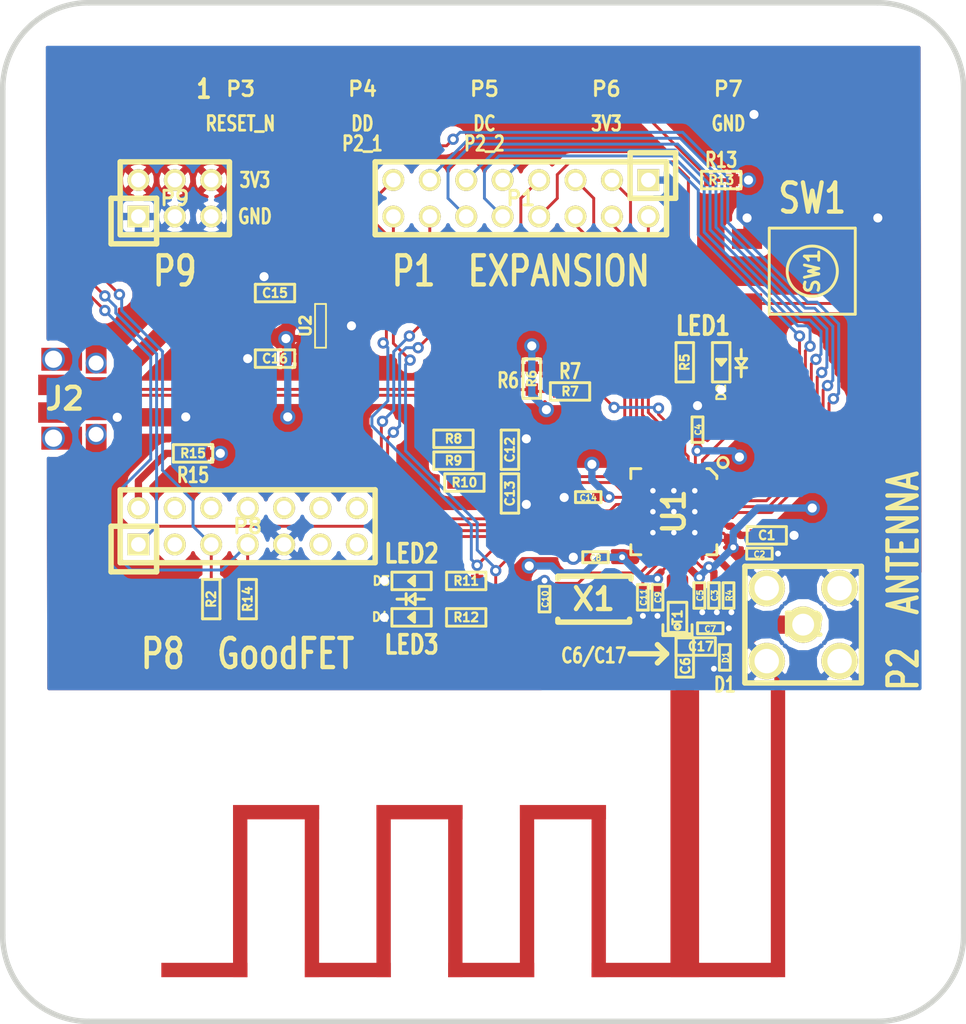
<source format=kicad_pcb>
(kicad_pcb (version 4) (host pcbnew 4.0.2+e4-6225~38~ubuntu15.10.1-stable)
  (title_block (date "19 oct 2012"))
  (layers (0 Front signal) (31 Back signal) (34 B.Paste user) (35 F.Paste user) (36 B.SilkS user) (37 F.SilkS user) (38 B.Mask user) (39 F.Mask user) (44 Edge.Cuts user))
  (net 0 "")
  (net 1 /DC)
  (net 2 /DD)
  (net 3 /P0_0)
  (net 4 /P0_1)
  (net 5 /P0_2)
  (net 6 /P0_3)
  (net 7 /P0_4)
  (net 8 /P0_5)
  (net 9 /P1_2)
  (net 10 /P1_3)
  (net 11 /P1_4)
  (net 12 /P1_5)
  (net 13 /P1_6)
  (net 14 /P1_7)
  (net 15 /P2_0)
  (net 16 /P2_3)
  (net 17 /P2_4)
  (net 18 /RESET_N)
  (net 19 /VBUS)
  (net 20 3V3)
  (net 21 GND)
  (net 22 N-000023)
  (net 23 N-000024)
  (net 24 N-000026)
  (net 25 N-000027)
  (net 26 N-000028)
  (net 27 N-000029)
  (net 28 N-000030)
  (net 29 N-000031)
  (net 30 N-000032)
  (net 31 N-000033)
  (net 32 N-000034)
  (net 33 N-000035)
  (net 34 N-000037)
  (net 35 N-000039)
  (net 36 N-000041)
  (net 37 N-000042)
  (net 38 N-000043)
  (net 39 N-000044)
  (net 40 N-000045)
  (net 41 N-000046)
  (net 42 N-000047)
  (net 43 N-000051)
  (module GSG-XTAL-TXC-7A (layer Front) (at 156.21 115.57 180)
    (fp_text reference X1 (at 0 0 180) (layer F.SilkS) (effects (font (thickness 0.3048))))
    (fp_text value CRYSTAL hide)
    (pad 1 smd rect (at 1.84912 0 180) (size 1.69926 2.4003) (layers Front F.Paste F.Mask) (net 41 N-000046))
    (pad 2 smd rect (at -1.84912 0 180) (size 1.69926 2.4003) (layers Front F.Paste F.Mask) (net 39 N-000044))
  )
  (module GSG-USB-MICROB-FCI-10103594 (layer Front) (at 116.84 101.6)
    (fp_text reference J2 (at 2.49936 0) (layer F.SilkS) (effects (font (thickness 0.3048))))
    (fp_text value GSG-USB-MICRO-B hide)
    (pad 1 smd rect (at 4.52374 -1.30048) (size 1.75006 0.39878) (layers Front F.Paste F.Mask) (net 19 /VBUS) (clearance 0.2032))
    (pad 2 smd rect (at 4.52374 -0.65024) (size 1.75006 0.39878) (layers Front F.Paste F.Mask) (net 36 N-000041) (clearance 0.2032))
    (pad 3 smd rect (at 4.52374 0) (size 1.75006 0.39878) (layers Front F.Paste F.Mask) (net 38 N-000043) (clearance 0.2032))
    (pad 4 smd rect (at 4.52374 0.65024) (size 1.75006 0.39878) (layers Front F.Paste F.Mask) (clearance 0.2032))
    (pad 5 smd rect (at 4.52374 1.30048) (size 1.75006 0.39878) (layers Front F.Paste F.Mask) (net 21 GND) (clearance 0.2032))
    (pad "" smd rect (at 1.66624 -0.96266) (size 2.06756 1.42494) (layers Front F.Paste F.Mask))
    (pad "" smd rect (at 1.66624 0.96266) (size 2.06756 1.42494) (layers Front F.Paste F.Mask))
    (pad "" smd rect (at 4.6736 -2.82956) (size 1.45034 2.14122) (layers Front F.Paste F.Mask))
    (pad "" smd rect (at 4.6736 2.82956) (size 1.45034 2.14122) (layers Front F.Paste F.Mask))
    (pad "" smd rect (at 3.37058 -2.98704) (size 0.635 1.82626) (layers Front F.Paste F.Mask))
    (pad "" smd rect (at 3.37058 2.98704) (size 0.635 1.82626) (layers Front F.Paste F.Mask))
    (pad "" smd rect (at 2.27076 -2.75082) (size 2.83464 1.6002) (layers Front F.Paste F.Mask))
    (pad "" smd rect (at 2.27076 2.75082) (size 2.83464 1.6002) (layers Front F.Paste F.Mask))
    (pad "" thru_hole circle (at 1.69926 -2.75082) (size 1.6002 1.6002) (drill 1.19888) (layers *.Cu *.Mask F.Paste))
    (pad "" thru_hole circle (at 1.69926 2.75082) (size 1.6002 1.6002) (drill 1.19888) (layers *.Cu *.Mask F.Paste))
    (pad "" thru_hole circle (at 4.67106 -2.48666) (size 1.45034 1.45034) (drill 1.04902) (layers *.Cu *.Mask F.Paste))
    (pad "" thru_hole circle (at 4.67106 2.48666) (size 1.45034 1.45034) (drill 1.04902) (layers *.Cu *.Mask F.Paste))
  )
  (module GSG-TESTPOINT-100MIL (layer Front) (at 140.09116 80.01)
    (fp_text reference P4 (at 0 0) (layer F.SilkS) (effects (font (size 1.016 1.016) (thickness 0.2032))))
    (fp_text value DD hide)
    (pad 1 smd circle (at 0 0) (size 2.54 2.54) (layers Front F.Mask) (net 2 /DD))
  )
  (module GSG-TESTPOINT-100MIL (layer Front) (at 165.59022 80.01)
    (fp_text reference P7 (at 0 0) (layer F.SilkS) (effects (font (size 1.016 1.016) (thickness 0.2032))))
    (fp_text value GND hide)
    (pad 1 smd circle (at 0 0) (size 2.54 2.54) (layers Front F.Mask) (net 21 GND))
  )
  (module GSG-TESTPOINT-100MIL (layer Front) (at 157.08884 80.01)
    (fp_text reference P6 (at 0 0) (layer F.SilkS) (effects (font (size 1.016 1.016) (thickness 0.2032))))
    (fp_text value 3V3 hide)
    (pad 1 smd circle (at 0 0) (size 2.54 2.54) (layers Front F.Mask) (net 22 N-000023))
  )
  (module GSG-TESTPOINT-100MIL (layer Front) (at 148.59 80.01)
    (fp_text reference P5 (at 0 0) (layer F.SilkS) (effects (font (size 1.016 1.016) (thickness 0.2032))))
    (fp_text value DC hide)
    (pad 1 smd circle (at 0 0) (size 2.54 2.54) (layers Front F.Mask) (net 1 /DC))
  )
  (module GSG-TESTPOINT-100MIL (layer Front) (at 131.58978 80.01)
    (fp_text reference P3 (at 0 0) (layer F.SilkS) (effects (font (size 1.016 1.016) (thickness 0.2032))))
    (fp_text value RESET_N hide)
    (pad 1 smd circle (at 0 0) (size 2.54 2.54) (layers Front F.Mask) (net 18 /RESET_N))
  )
  (module GSG-SPST-FSM4JSMATR (layer Front) (at 171.45 92.71 270)
    (fp_text reference SW1 (at 0 0 270) (layer F.SilkS) (effects (font (size 1.00076 1.00076) (thickness 0.2032))))
    (fp_text value SW_PUSH hide)
    (pad 1 smd rect (at 2.25044 -4.54914 270) (size 1.39954 2.10058) (layers Front F.Paste F.Mask) (net 9 /P1_2))
    (pad 1 smd rect (at 2.25044 4.54914 270) (size 1.39954 2.10058) (layers Front F.Paste F.Mask) (net 9 /P1_2))
    (pad 2 smd rect (at -2.25044 -4.54914 270) (size 1.39954 2.10058) (layers Front F.Paste F.Mask) (net 21 GND))
    (pad 2 smd rect (at -2.25044 4.54914 270) (size 1.39954 2.10058) (layers Front F.Paste F.Mask) (net 21 GND))
  )
  (module GSG-SOT23-3 (layer Front) (at 137.16 96.52 90)
    (fp_text reference U2 (at 0 -1.0414 90) (layer F.SilkS) (effects (font (size 0.762 0.762) (thickness 0.1905))))
    (fp_text value AP7313 hide)
    (pad 2 smd rect (at -0.889 -1.016 90) (size 0.9144 0.9144) (layers Front F.Paste F.Mask) (net 20 3V3))
    (pad 1 smd rect (at 0.889 -1.016 90) (size 0.9144 0.9144) (layers Front F.Paste F.Mask) (net 19 /VBUS))
    (pad 3 smd rect (at 0 1.016 90) (size 0.9144 0.9144) (layers Front F.Paste F.Mask) (net 21 GND))
  )
  (module GSG-SMA-VERTICAL (layer Front) (at 170.815 117.348)
    (fp_text reference P2 (at 0 0) (layer F.SilkS) (effects (font (thickness 0.3048))))
    (fp_text value ANTENNA hide)
    (pad 1 thru_hole circle (at 0 0) (size 2.54 2.54) (drill 1.524) (layers *.Cu *.Mask F.SilkS) (net 23 N-000024))
    (pad 2 thru_hole circle (at -2.54 -2.54) (size 2.54 2.54) (drill 1.7018) (layers *.Cu *.Mask F.SilkS) (net 21 GND))
    (pad 3 thru_hole circle (at -2.54 2.54) (size 2.54 2.54) (drill 1.7018) (layers *.Cu *.Mask F.SilkS) (net 21 GND))
    (pad 4 thru_hole circle (at 2.54 2.54) (size 2.54 2.54) (drill 1.7018) (layers *.Cu *.Mask F.SilkS) (net 21 GND))
    (pad 5 thru_hole circle (at 2.54 -2.54) (size 2.54 2.54) (drill 1.7018) (layers *.Cu *.Mask F.SilkS) (net 21 GND))
  )
  (module GSG-HEADER-2x8 (layer Front) (at 151.13 87.63 180)
    (fp_text reference P1 (at 0 0 180) (layer F.SilkS) (effects (font (size 1.016 1.016) (thickness 0.2032))))
    (fp_text value EXPANSION hide)
    (pad 1 thru_hole rect (at -8.89 1.27 180) (size 1.524 1.524) (drill 1.016) (layers *.Cu *.Mask F.SilkS) (net 21 GND))
    (pad 2 thru_hole circle (at -8.89 -1.27 180) (size 1.524 1.524) (drill 1.016) (layers *.Cu *.Mask F.SilkS) (net 3 /P0_0))
    (pad 3 thru_hole circle (at -6.35 1.27 180) (size 1.524 1.524) (drill 1.016) (layers *.Cu *.Mask F.SilkS) (net 4 /P0_1))
    (pad 4 thru_hole circle (at -6.35 -1.27 180) (size 1.524 1.524) (drill 1.016) (layers *.Cu *.Mask F.SilkS) (net 5 /P0_2))
    (pad 5 thru_hole circle (at -3.81 1.27 180) (size 1.524 1.524) (drill 1.016) (layers *.Cu *.Mask F.SilkS) (net 6 /P0_3))
    (pad 6 thru_hole circle (at -3.81 -1.27 180) (size 1.524 1.524) (drill 1.016) (layers *.Cu *.Mask F.SilkS) (net 7 /P0_4))
    (pad 7 thru_hole circle (at -1.27 1.27 180) (size 1.524 1.524) (drill 1.016) (layers *.Cu *.Mask F.SilkS) (net 8 /P0_5))
    (pad 8 thru_hole circle (at -1.27 -1.27 180) (size 1.524 1.524) (drill 1.016) (layers *.Cu *.Mask F.SilkS) (net 9 /P1_2))
    (pad 9 thru_hole circle (at 1.27 1.27 180) (size 1.524 1.524) (drill 1.016) (layers *.Cu *.Mask F.SilkS) (net 10 /P1_3))
    (pad 10 thru_hole circle (at 1.27 -1.27 180) (size 1.524 1.524) (drill 1.016) (layers *.Cu *.Mask F.SilkS) (net 11 /P1_4))
    (pad 11 thru_hole circle (at 3.81 1.27 180) (size 1.524 1.524) (drill 1.016) (layers *.Cu *.Mask F.SilkS) (net 12 /P1_5))
    (pad 12 thru_hole circle (at 3.81 -1.27 180) (size 1.524 1.524) (drill 1.016) (layers *.Cu *.Mask F.SilkS) (net 13 /P1_6))
    (pad 13 thru_hole circle (at 6.35 1.27 180) (size 1.524 1.524) (drill 1.016) (layers *.Cu *.Mask F.SilkS) (net 14 /P1_7))
    (pad 14 thru_hole circle (at 6.35 -1.27 180) (size 1.524 1.524) (drill 1.016) (layers *.Cu *.Mask F.SilkS) (net 15 /P2_0))
    (pad 15 thru_hole circle (at 8.89 1.27 180) (size 1.524 1.524) (drill 1.016) (layers *.Cu *.Mask F.SilkS) (net 16 /P2_3))
    (pad 16 thru_hole circle (at 8.89 -1.27 180) (size 1.524 1.524) (drill 1.016) (layers *.Cu *.Mask F.SilkS) (net 17 /P2_4))
  )
  (module GSG-HEADER-2x7 (layer Front) (at 132.08 110.49)
    (fp_text reference P8 (at 0 0) (layer F.SilkS) (effects (font (size 1.016 1.016) (thickness 0.2032))))
    (fp_text value GOODFET hide)
    (pad 1 thru_hole rect (at -7.62 1.27) (size 1.524 1.524) (drill 1.016) (layers *.Cu *.Mask F.SilkS) (net 2 /DD))
    (pad 2 thru_hole circle (at -7.62 -1.27) (size 1.524 1.524) (drill 1.016) (layers *.Cu *.Mask F.SilkS) (net 35 N-000039))
    (pad 3 thru_hole circle (at -5.08 1.27) (size 1.524 1.524) (drill 1.016) (layers *.Cu *.Mask F.SilkS))
    (pad 4 thru_hole circle (at -5.08 -1.27) (size 1.524 1.524) (drill 1.016) (layers *.Cu *.Mask F.SilkS))
    (pad 5 thru_hole circle (at -2.54 1.27) (size 1.524 1.524) (drill 1.016) (layers *.Cu *.Mask F.SilkS) (net 18 /RESET_N))
    (pad 6 thru_hole circle (at -2.54 -1.27) (size 1.524 1.524) (drill 1.016) (layers *.Cu *.Mask F.SilkS))
    (pad 7 thru_hole circle (at 0 1.27) (size 1.524 1.524) (drill 1.016) (layers *.Cu *.Mask F.SilkS) (net 1 /DC))
    (pad 8 thru_hole circle (at 0 -1.27) (size 1.524 1.524) (drill 1.016) (layers *.Cu *.Mask F.SilkS))
    (pad 9 thru_hole circle (at 2.54 1.27) (size 1.524 1.524) (drill 1.016) (layers *.Cu *.Mask F.SilkS) (net 21 GND))
    (pad 10 thru_hole circle (at 2.54 -1.27) (size 1.524 1.524) (drill 1.016) (layers *.Cu *.Mask F.SilkS))
    (pad 11 thru_hole circle (at 5.08 1.27) (size 1.524 1.524) (drill 1.016) (layers *.Cu *.Mask F.SilkS))
    (pad 12 thru_hole circle (at 5.08 -1.27) (size 1.524 1.524) (drill 1.016) (layers *.Cu *.Mask F.SilkS))
    (pad 13 thru_hole circle (at 7.62 1.27) (size 1.524 1.524) (drill 1.016) (layers *.Cu *.Mask F.SilkS))
    (pad 14 thru_hole circle (at 7.62 -1.27) (size 1.524 1.524) (drill 1.016) (layers *.Cu *.Mask F.SilkS))
  )
  (module GSG-HEADER-2x3 (layer Front) (at 127 87.63)
    (fp_text reference P9 (at 0 0) (layer F.SilkS) (effects (font (size 1.016 1.016) (thickness 0.2032))))
    (fp_text value PWR hide)
    (pad 1 thru_hole rect (at -2.54 1.27) (size 1.524 1.524) (drill 1.016) (layers *.Cu *.Mask F.SilkS) (net 21 GND))
    (pad 2 thru_hole circle (at -2.54 -1.27) (size 1.524 1.524) (drill 1.016) (layers *.Cu *.Mask F.SilkS) (net 20 3V3))
    (pad 3 thru_hole circle (at 0 1.27) (size 1.524 1.524) (drill 1.016) (layers *.Cu *.Mask F.SilkS) (net 21 GND))
    (pad 4 thru_hole circle (at 0 -1.27) (size 1.524 1.524) (drill 1.016) (layers *.Cu *.Mask F.SilkS) (net 20 3V3))
    (pad 5 thru_hole circle (at 2.54 1.27) (size 1.524 1.524) (drill 1.016) (layers *.Cu *.Mask F.SilkS) (net 21 GND))
    (pad 6 thru_hole circle (at 2.54 -1.27) (size 1.524 1.524) (drill 1.016) (layers *.Cu *.Mask F.SilkS) (net 20 3V3))
  )
  (module GSG-B0310J50100AHF (layer Front) (at 162.052 116.84 270)
    (fp_text reference T1 (at 0 0 270) (layer F.SilkS) (effects (font (size 0.635 0.635) (thickness 0.16002))))
    (fp_text value BALUN hide)
    (pad 1 smd rect (at 0.6604 -0.4953 270) (size 0.40894 0.3302) (layers Front F.Paste F.Mask) (net 30 N-000032))
    (pad 2 smd rect (at 0 -0.4953 270) (size 0.40894 0.3302) (layers Front F.Paste F.Mask) (net 28 N-000030))
    (pad 3 smd rect (at -0.6604 -0.4953 270) (size 0.40894 0.3302) (layers Front F.Paste F.Mask) (net 27 N-000029))
    (pad 4 smd rect (at -0.6604 0.4953 270) (size 0.40894 0.3302) (layers Front F.Paste F.Mask) (net 26 N-000028))
    (pad 5 smd rect (at 0 0.4953 270) (size 0.40894 0.3302) (layers Front F.Paste F.Mask))
    (pad 6 smd rect (at 0.6604 0.4953 270) (size 0.40894 0.3302) (layers Front F.Paste F.Mask))
  )
  (module GSG-900MHZ-INVERTED-F (layer Front) (at 162.56 121.92 180)
    (fp_text reference J1 hide)
    (fp_text value GSG-900MHZ-F-ANTENNA hide)
    (pad 1 smd rect (at 0 -9.99998 180) (size 1.99898 19.99996) (layers Front) (net 29 N-000031))
    (pad 2 smd rect (at -6.49986 -9.99998 180) (size 1.00076 19.99996) (layers Front) (net 21 GND))
    (pad "" smd rect (at 0 -19.49958 180) (size 12.99972 1.00076) (layers Front))
    (pad "" smd rect (at 5.99948 -14.00048 180) (size 1.00076 11.99896) (layers Front))
    (pad "" smd rect (at 8.49884 -8.49884 180) (size 5.99948 1.00076) (layers Front))
    (pad "" smd rect (at 13.5001 -19.49958 180) (size 5.99948 1.00076) (layers Front))
    (pad "" smd rect (at 18.49882 -8.49884 180) (size 5.99948 1.00076) (layers Front))
    (pad "" smd rect (at 23.50008 -19.49958 180) (size 5.99948 1.00076) (layers Front))
    (pad "" smd rect (at 28.4988 -8.49884 180) (size 5.99948 1.00076) (layers Front))
    (pad "" smd rect (at 33.50006 -19.49958 180) (size 5.99948 1.00076) (layers Front))
    (pad "" smd rect (at 11.00074 -14.00048 180) (size 1.00076 11.99896) (layers Front))
    (pad "" smd rect (at 15.99946 -14.00048 180) (size 1.00076 11.99896) (layers Front))
    (pad "" smd rect (at 21.00072 -14.00048 180) (size 1.00076 11.99896) (layers Front))
    (pad "" smd rect (at 25.99944 -14.00048 180) (size 1.00076 11.99896) (layers Front))
    (pad "" smd rect (at 31.0007 -14.00048 180) (size 1.00076 11.99896) (layers Front))
  )
  (module GSG-0603D (layer Front) (at 165.1 99.06 270)
    (fp_text reference D2 (at 2.1082 0 270) (layer F.SilkS) (effects (font (size 0.6096 0.6096) (thickness 0.1524))))
    (fp_text value LED1 hide)
    (pad 2 smd rect (at 0.762 0 270) (size 0.8636 0.8636) (layers Front F.Paste F.Mask) (net 21 GND) (clearance 0.1778))
    (pad 1 smd rect (at -0.762 0 270) (size 0.8636 0.8636) (layers Front F.Paste F.Mask) (net 34 N-000037) (clearance 0.1778))
  )
  (module GSG-0603D (layer Front) (at 143.51 114.3 180)
    (fp_text reference D3 (at 2.1082 0 180) (layer F.SilkS) (effects (font (size 0.6096 0.6096) (thickness 0.1524))))
    (fp_text value LED2 hide)
    (pad 2 smd rect (at 0.762 0 180) (size 0.8636 0.8636) (layers Front F.Paste F.Mask) (net 21 GND) (clearance 0.1778))
    (pad 1 smd rect (at -0.762 0 180) (size 0.8636 0.8636) (layers Front F.Paste F.Mask) (net 24 N-000026) (clearance 0.1778))
  )
  (module GSG-0603D (layer Front) (at 143.51 116.84 180)
    (fp_text reference D4 (at 2.159 0.0254 180) (layer F.SilkS) (effects (font (size 0.6096 0.6096) (thickness 0.1524))))
    (fp_text value LED3 hide)
    (pad 2 smd rect (at 0.762 0 180) (size 0.8636 0.8636) (layers Front F.Paste F.Mask) (net 21 GND) (clearance 0.1778))
    (pad 1 smd rect (at -0.762 0 180) (size 0.8636 0.8636) (layers Front F.Paste F.Mask) (net 25 N-000027) (clearance 0.1778))
  )
  (module GSG-0603-SHORT-10MIL (layer Front) (at 165.1 86.36 180)
    (fp_text reference R13 (at 0 0 180) (layer F.SilkS) (effects (font (size 0.6096 0.6096) (thickness 0.1524))))
    (fp_text value 0 hide)
    (pad 2 smd rect (at 0.762 0 180) (size 0.8636 0.8636) (layers Front F.Mask) (net 22 N-000023) (clearance 0.1778))
    (pad 1 smd rect (at -0.762 0 180) (size 0.8636 0.8636) (layers Front F.Mask) (net 20 3V3) (clearance 0.1778))
    (pad "" smd rect (at 0 0 180) (size 0.7112 0.254) (layers Front F.Mask))
  )
  (module GSG-0603-SHORT-10MIL (layer Front) (at 154.559 101.092)
    (fp_text reference R7 (at 0 0) (layer F.SilkS) (effects (font (size 0.6096 0.6096) (thickness 0.1524))))
    (fp_text value 0 hide)
    (pad 2 smd rect (at 0.762 0) (size 0.8636 0.8636) (layers Front F.Mask) (net 32 N-000034) (clearance 0.1778))
    (pad 1 smd rect (at -0.762 0) (size 0.8636 0.8636) (layers Front F.Mask) (net 33 N-000035) (clearance 0.1778))
    (pad "" smd rect (at 0 0) (size 0.7112 0.254) (layers Front F.Mask))
  )
  (module GSG-0603-SHORT-10MIL (layer Front) (at 128.27 105.41)
    (fp_text reference R15 (at 0 0) (layer F.SilkS) (effects (font (size 0.6096 0.6096) (thickness 0.1524))))
    (fp_text value 0 hide)
    (pad 2 smd rect (at 0.762 0) (size 0.8636 0.8636) (layers Front F.Mask) (net 20 3V3) (clearance 0.1778))
    (pad 1 smd rect (at -0.762 0) (size 0.8636 0.8636) (layers Front F.Mask) (net 35 N-000039) (clearance 0.1778))
    (pad "" smd rect (at 0 0) (size 0.7112 0.254) (layers Front F.Mask))
  )
  (module GSG-0603 (layer Front) (at 147.32 116.84)
    (fp_text reference R12 (at 0 0) (layer F.SilkS) (effects (font (size 0.6096 0.6096) (thickness 0.1524))))
    (fp_text value 330 hide)
    (pad 2 smd rect (at 0.762 0) (size 0.8636 0.8636) (layers Front F.Paste F.Mask) (net 17 /P2_4) (clearance 0.1778))
    (pad 1 smd rect (at -0.762 0) (size 0.8636 0.8636) (layers Front F.Paste F.Mask) (net 25 N-000027) (clearance 0.1778))
  )
  (module GSG-0603 (layer Front) (at 147.32 114.3)
    (fp_text reference R11 (at 0 0) (layer F.SilkS) (effects (font (size 0.6096 0.6096) (thickness 0.1524))))
    (fp_text value 330 hide)
    (pad 2 smd rect (at 0.762 0) (size 0.8636 0.8636) (layers Front F.Paste F.Mask) (net 16 /P2_3) (clearance 0.1778))
    (pad 1 smd rect (at -0.762 0) (size 0.8636 0.8636) (layers Front F.Paste F.Mask) (net 24 N-000026) (clearance 0.1778))
  )
  (module GSG-0603 (layer Front) (at 132.08 115.57 90)
    (fp_text reference R14 (at 0 0 90) (layer F.SilkS) (effects (font (size 0.6096 0.6096) (thickness 0.1524))))
    (fp_text value 10k hide)
    (pad 2 smd rect (at 0.762 0 90) (size 0.8636 0.8636) (layers Front F.Paste F.Mask) (net 1 /DC) (clearance 0.1778))
    (pad 1 smd rect (at -0.762 0 90) (size 0.8636 0.8636) (layers Front F.Paste F.Mask) (net 20 3V3) (clearance 0.1778))
  )
  (module GSG-0603 (layer Front) (at 147.193 107.442)
    (fp_text reference R10 (at 0 0) (layer F.SilkS) (effects (font (size 0.6096 0.6096) (thickness 0.1524))))
    (fp_text value 33 hide)
    (pad 2 smd rect (at 0.762 0) (size 0.8636 0.8636) (layers Front F.Paste F.Mask) (net 43 N-000051) (clearance 0.1778))
    (pad 1 smd rect (at -0.762 0) (size 0.8636 0.8636) (layers Front F.Paste F.Mask) (net 36 N-000041) (clearance 0.1778))
  )
  (module GSG-0603 (layer Front) (at 146.431 105.918)
    (fp_text reference R9 (at 0 0) (layer F.SilkS) (effects (font (size 0.6096 0.6096) (thickness 0.1524))))
    (fp_text value 33 hide)
    (pad 2 smd rect (at 0.762 0) (size 0.8636 0.8636) (layers Front F.Paste F.Mask) (net 37 N-000042) (clearance 0.1778))
    (pad 1 smd rect (at -0.762 0) (size 0.8636 0.8636) (layers Front F.Paste F.Mask) (net 38 N-000043) (clearance 0.1778))
  )
  (module GSG-0603 (layer Front) (at 146.431 104.394)
    (fp_text reference R8 (at 0 0) (layer F.SilkS) (effects (font (size 0.6096 0.6096) (thickness 0.1524))))
    (fp_text value 1k5 hide)
    (pad 2 smd rect (at 0.762 0) (size 0.8636 0.8636) (layers Front F.Paste F.Mask) (net 33 N-000035) (clearance 0.1778))
    (pad 1 smd rect (at -0.762 0) (size 0.8636 0.8636) (layers Front F.Paste F.Mask) (net 38 N-000043) (clearance 0.1778))
  )
  (module GSG-0603 (layer Front) (at 162.56 99.06 270)
    (fp_text reference R5 (at 0 0 270) (layer F.SilkS) (effects (font (size 0.6096 0.6096) (thickness 0.1524))))
    (fp_text value 330 hide)
    (pad 2 smd rect (at 0.762 0 270) (size 0.8636 0.8636) (layers Front F.Paste F.Mask) (net 42 N-000047) (clearance 0.1778))
    (pad 1 smd rect (at -0.762 0 270) (size 0.8636 0.8636) (layers Front F.Paste F.Mask) (net 34 N-000037) (clearance 0.1778))
  )
  (module GSG-0603 (layer Front) (at 133.985 94.234 180)
    (fp_text reference C15 (at 0 0 180) (layer F.SilkS) (effects (font (size 0.6096 0.6096) (thickness 0.1524))))
    (fp_text value 1uF hide)
    (pad 2 smd rect (at 0.762 0 180) (size 0.8636 0.8636) (layers Front F.Paste F.Mask) (net 21 GND) (clearance 0.1778))
    (pad 1 smd rect (at -0.762 0 180) (size 0.8636 0.8636) (layers Front F.Paste F.Mask) (net 19 /VBUS) (clearance 0.1778))
  )
  (module GSG-0603 (layer Front) (at 133.985 98.806 180)
    (fp_text reference C16 (at 0 0 180) (layer F.SilkS) (effects (font (size 0.6096 0.6096) (thickness 0.1524))))
    (fp_text value 4u7 hide)
    (pad 2 smd rect (at 0.762 0 180) (size 0.8636 0.8636) (layers Front F.Paste F.Mask) (net 21 GND) (clearance 0.1778))
    (pad 1 smd rect (at -0.762 0 180) (size 0.8636 0.8636) (layers Front F.Paste F.Mask) (net 20 3V3) (clearance 0.1778))
  )
  (module GSG-0603 (layer Front) (at 162.56 119.634 270)
    (fp_text reference C6 (at 0.5842 -0.0508 270) (layer F.SilkS) (effects (font (size 0.6096 0.6096) (thickness 0.1524))))
    (fp_text value 10nF hide)
    (pad 2 smd rect (at 0.762 0 270) (size 0.8636 0.8636) (layers Front F.Paste F.Mask) (net 29 N-000031) (clearance 0.1778))
    (pad 1 smd rect (at -0.762 0 270) (size 0.8636 0.8636) (layers Front F.Paste F.Mask) (net 30 N-000032) (clearance 0.1778))
  )
  (module GSG-0603 (layer Front) (at 168.275 111.125 180)
    (fp_text reference C1 (at 0 0 180) (layer F.SilkS) (effects (font (size 0.6096 0.6096) (thickness 0.1524))))
    (fp_text value 1uF hide)
    (pad 2 smd rect (at 0.762 0 180) (size 0.8636 0.8636) (layers Front F.Paste F.Mask) (net 31 N-000033) (clearance 0.1778))
    (pad 1 smd rect (at -0.762 0 180) (size 0.8636 0.8636) (layers Front F.Paste F.Mask) (net 21 GND) (clearance 0.1778))
  )
  (module GSG-0603 (layer Front) (at 129.54 115.57 270)
    (fp_text reference R2 (at 0 0 270) (layer F.SilkS) (effects (font (size 0.6096 0.6096) (thickness 0.1524))))
    (fp_text value 10k hide)
    (pad 2 smd rect (at 0.762 0 270) (size 0.8636 0.8636) (layers Front F.Paste F.Mask) (net 20 3V3) (clearance 0.1778))
    (pad 1 smd rect (at -0.762 0 270) (size 0.8636 0.8636) (layers Front F.Paste F.Mask) (net 18 /RESET_N) (clearance 0.1778))
  )
  (module GSG-0402 (layer Front) (at 165.354 119.634 90)
    (fp_text reference D1 (at 0 0.0508 90) (layer F.SilkS) (effects (font (size 0.4064 0.4064) (thickness 0.1016))))
    (fp_text value TVS_DIODE hide)
    (pad 2 smd rect (at 0.5334 0 90) (size 0.508 0.5588) (layers Front F.Paste F.Mask) (net 23 N-000024))
    (pad 1 smd rect (at -0.5334 0 90) (size 0.508 0.5588) (layers Front F.Paste F.Mask) (net 21 GND))
  )
  (module GSG-0402 (layer Front) (at 167.767 112.395)
    (fp_text reference C2 (at 0 0.0508) (layer F.SilkS) (effects (font (size 0.4064 0.4064) (thickness 0.1016))))
    (fp_text value 100nF hide)
    (pad 2 smd rect (at 0.5334 0) (size 0.508 0.5588) (layers Front F.Paste F.Mask) (net 21 GND))
    (pad 1 smd rect (at -0.5334 0) (size 0.508 0.5588) (layers Front F.Paste F.Mask) (net 20 3V3))
  )
  (module GSG-0402 (layer Front) (at 164.592 115.316 90)
    (fp_text reference C3 (at 0 0.0508 90) (layer F.SilkS) (effects (font (size 0.4064 0.4064) (thickness 0.1016))))
    (fp_text value 220pF hide)
    (pad 2 smd rect (at 0.5334 0 90) (size 0.508 0.5588) (layers Front F.Paste F.Mask) (net 20 3V3))
    (pad 1 smd rect (at -0.5334 0 90) (size 0.508 0.5588) (layers Front F.Paste F.Mask) (net 21 GND))
  )
  (module GSG-0402 (layer Front) (at 163.449 103.759 270)
    (fp_text reference C4 (at 0 -0.0508 270) (layer F.SilkS) (effects (font (size 0.4064 0.4064) (thickness 0.1016))))
    (fp_text value 100nF hide)
    (pad 2 smd rect (at 0.5334 0 270) (size 0.508 0.5588) (layers Front F.Paste F.Mask) (net 20 3V3))
    (pad 1 smd rect (at -0.5334 0 270) (size 0.508 0.5588) (layers Front F.Paste F.Mask) (net 21 GND))
  )
  (module GSG-0402 (layer Front) (at 163.576 115.316 90)
    (fp_text reference C5 (at 0 0.0508 90) (layer F.SilkS) (effects (font (size 0.4064 0.4064) (thickness 0.1016))))
    (fp_text value 10nF hide)
    (pad 2 smd rect (at 0.5334 0 90) (size 0.508 0.5588) (layers Front F.Paste F.Mask) (net 20 3V3))
    (pad 1 smd rect (at -0.5334 0 90) (size 0.508 0.5588) (layers Front F.Paste F.Mask) (net 21 GND))
  )
  (module GSG-0402 (layer Front) (at 164.338 117.602)
    (fp_text reference C7 (at 0 0.0508) (layer F.SilkS) (effects (font (size 0.4064 0.4064) (thickness 0.1016))))
    (fp_text value 10nF hide)
    (pad 2 smd rect (at 0.5334 0) (size 0.508 0.5588) (layers Front F.Paste F.Mask) (net 21 GND))
    (pad 1 smd rect (at -0.5334 0) (size 0.508 0.5588) (layers Front F.Paste F.Mask) (net 28 N-000030))
  )
  (module GSG-0402 (layer Front) (at 156.337 112.649)
    (fp_text reference C8 (at 0 0.0508) (layer F.SilkS) (effects (font (size 0.4064 0.4064) (thickness 0.1016))))
    (fp_text value 10nF hide)
    (pad 2 smd rect (at 0.5334 0) (size 0.508 0.5588) (layers Front F.Paste F.Mask) (net 20 3V3))
    (pad 1 smd rect (at -0.5334 0) (size 0.508 0.5588) (layers Front F.Paste F.Mask) (net 21 GND))
  )
  (module GSG-0402 (layer Front) (at 160.655 115.443 90)
    (fp_text reference C9 (at 0 0.0508 90) (layer F.SilkS) (effects (font (size 0.4064 0.4064) (thickness 0.1016))))
    (fp_text value 2p2 hide)
    (pad 2 smd rect (at 0.5334 0 90) (size 0.508 0.5588) (layers Front F.Paste F.Mask) (net 20 3V3))
    (pad 1 smd rect (at -0.5334 0 90) (size 0.508 0.5588) (layers Front F.Paste F.Mask) (net 21 GND))
  )
  (module GSG-0402 (layer Front) (at 152.781 115.57 90)
    (fp_text reference C10 (at 0 0.0508 90) (layer F.SilkS) (effects (font (size 0.4064 0.4064) (thickness 0.1016))))
    (fp_text value 22pF hide)
    (pad 2 smd rect (at 0.5334 0 90) (size 0.508 0.5588) (layers Front F.Paste F.Mask) (net 21 GND))
    (pad 1 smd rect (at -0.5334 0 90) (size 0.508 0.5588) (layers Front F.Paste F.Mask) (net 41 N-000046))
  )
  (module GSG-0402 (layer Front) (at 159.639 115.443 270)
    (fp_text reference C11 (at 0 -0.0508 270) (layer F.SilkS) (effects (font (size 0.4064 0.4064) (thickness 0.1016))))
    (fp_text value 22pF hide)
    (pad 2 smd rect (at 0.5334 0 270) (size 0.508 0.5588) (layers Front F.Paste F.Mask) (net 21 GND))
    (pad 1 smd rect (at -0.5334 0 270) (size 0.508 0.5588) (layers Front F.Paste F.Mask) (net 39 N-000044))
  )
  (module GSG-0402 (layer Front) (at 155.829 108.458)
    (fp_text reference C14 (at 0 0.0508) (layer F.SilkS) (effects (font (size 0.4064 0.4064) (thickness 0.1016))))
    (fp_text value 100nF hide)
    (pad 2 smd rect (at 0.5334 0) (size 0.508 0.5588) (layers Front F.Paste F.Mask) (net 20 3V3))
    (pad 1 smd rect (at -0.5334 0) (size 0.508 0.5588) (layers Front F.Paste F.Mask) (net 21 GND))
  )
  (module GSG-0603 (layer Front) (at 163.322 118.872 180)
    (fp_text reference C17 (at -0.3556 0 180) (layer F.SilkS) (effects (font (size 0.6096 0.6096) (thickness 0.1524))))
    (fp_text value 10nF hide)
    (pad 2 smd rect (at 0.762 0 180) (size 0.8636 0.8636) (layers Front F.Paste F.Mask) (net 30 N-000032) (clearance 0.1778))
    (pad 1 smd rect (at -0.762 0 180) (size 0.8636 0.8636) (layers Front F.Paste F.Mask) (net 23 N-000024) (clearance 0.1778))
  )
  (module GSG-0402 (layer Front) (at 165.608 115.316 270)
    (fp_text reference R4 (at 0 -0.0508 270) (layer F.SilkS) (effects (font (size 0.4064 0.4064) (thickness 0.1016))))
    (fp_text value 56k hide)
    (pad 2 smd rect (at 0.5334 0 270) (size 0.508 0.5588) (layers Front F.Paste F.Mask) (net 21 GND))
    (pad 1 smd rect (at -0.5334 0 270) (size 0.508 0.5588) (layers Front F.Paste F.Mask) (net 40 N-000045))
  )
  (module GSG-0603 (layer Front) (at 150.368 105.156 270)
    (fp_text reference C12 (at 0 0 270) (layer F.SilkS) (effects (font (size 0.6096 0.6096) (thickness 0.1524))))
    (fp_text value 47pF hide)
    (pad 2 smd rect (at 0.762 0 270) (size 0.8636 0.8636) (layers Front F.Paste F.Mask) (net 37 N-000042) (clearance 0.1778))
    (pad 1 smd rect (at -0.762 0 270) (size 0.8636 0.8636) (layers Front F.Paste F.Mask) (net 21 GND) (clearance 0.1778))
  )
  (module GSG-0603 (layer Front) (at 150.368 108.204 90)
    (fp_text reference C13 (at 0 0 90) (layer F.SilkS) (effects (font (size 0.6096 0.6096) (thickness 0.1524))))
    (fp_text value 47pF hide)
    (pad 2 smd rect (at 0.762 0 90) (size 0.8636 0.8636) (layers Front F.Paste F.Mask) (net 43 N-000051) (clearance 0.1778))
    (pad 1 smd rect (at -0.762 0 90) (size 0.8636 0.8636) (layers Front F.Paste F.Mask) (net 21 GND) (clearance 0.1778))
  )
  (module GSG-0603 (layer Front) (at 151.892 100.203 90)
    (fp_text reference R6 (at 0 0 90) (layer F.SilkS) (effects (font (size 0.6096 0.6096) (thickness 0.1524))))
    (fp_text value 0 hide)
    (pad 2 smd rect (at 0.762 0 90) (size 0.8636 0.8636) (layers Front F.Paste F.Mask) (net 20 3V3) (clearance 0.1778))
    (pad 1 smd rect (at -0.762 0 90) (size 0.8636 0.8636) (layers Front F.Paste F.Mask) (net 33 N-000035) (clearance 0.1778))
  )
  (module GSG-QFN36 (layer Front) (at 161.798 109.474 270)
    (fp_text reference U1 (at 0 0 270) (layer F.SilkS) (effects (font (thickness 0.3048))))
    (fp_text value CC1111 hide)
    (pad 1 smd oval (at -2.90068 -1.99898 270) (size 1.00076 0.2794) (layers Front F.Paste F.Mask) (net 9 /P1_2))
    (pad 2 smd oval (at -2.90068 -1.50114 270) (size 1.00076 0.2794) (layers Front F.Paste F.Mask) (net 20 3V3))
    (pad 3 smd oval (at -2.90068 -1.00076 270) (size 1.00076 0.2794) (layers Front F.Paste F.Mask) (net 42 N-000047))
    (pad 4 smd oval (at -2.90068 -0.50038 270) (size 1.00076 0.2794) (layers Front F.Paste F.Mask) (net 32 N-000034))
    (pad 5 smd oval (at -2.90068 0 270) (size 1.00076 0.2794) (layers Front F.Paste F.Mask) (net 3 /P0_0))
    (pad 6 smd oval (at -2.90068 0.50038 270) (size 1.00076 0.2794) (layers Front F.Paste F.Mask) (net 4 /P0_1))
    (pad 7 smd oval (at -2.90068 1.00076 270) (size 1.00076 0.2794) (layers Front F.Paste F.Mask) (net 5 /P0_2))
    (pad 8 smd oval (at -2.90068 1.50114 270) (size 1.00076 0.2794) (layers Front F.Paste F.Mask) (net 6 /P0_3))
    (pad 9 smd oval (at -2.90068 1.99898 270) (size 1.00076 0.2794) (layers Front F.Paste F.Mask) (net 7 /P0_4))
    (pad 10 smd oval (at -1.99898 2.90068) (size 1.00076 0.2794) (layers Front F.Paste F.Mask) (net 37 N-000042))
    (pad 11 smd oval (at -1.50114 2.90068) (size 1.00076 0.2794) (layers Front F.Paste F.Mask) (net 43 N-000051))
    (pad 12 smd oval (at -1.00076 2.90068) (size 1.00076 0.2794) (layers Front F.Paste F.Mask) (net 20 3V3))
    (pad 13 smd oval (at -0.50038 2.90068) (size 1.00076 0.2794) (layers Front F.Paste F.Mask) (net 8 /P0_5))
    (pad 14 smd oval (at 0 2.90068) (size 1.00076 0.2794) (layers Front F.Paste F.Mask) (net 15 /P2_0))
    (pad 15 smd oval (at 0.50038 2.90068) (size 1.00076 0.2794) (layers Front F.Paste F.Mask) (net 2 /DD))
    (pad 16 smd oval (at 1.00076 2.90068) (size 1.00076 0.2794) (layers Front F.Paste F.Mask) (net 1 /DC))
    (pad 17 smd oval (at 1.50114 2.90068) (size 1.00076 0.2794) (layers Front F.Paste F.Mask) (net 16 /P2_3))
    (pad 18 smd oval (at 1.99898 2.90068) (size 1.00076 0.2794) (layers Front F.Paste F.Mask) (net 17 /P2_4))
    (pad 19 smd oval (at 2.90068 1.99898 270) (size 1.00076 0.2794) (layers Front F.Paste F.Mask) (net 20 3V3))
    (pad 20 smd oval (at 2.90068 1.50114 270) (size 1.00076 0.2794) (layers Front F.Paste F.Mask) (net 41 N-000046))
    (pad 21 smd oval (at 2.90068 1.00076 270) (size 1.00076 0.2794) (layers Front F.Paste F.Mask) (net 39 N-000044))
    (pad 22 smd oval (at 2.90068 0.50038 270) (size 1.00076 0.2794) (layers Front F.Paste F.Mask) (net 20 3V3))
    (pad 23 smd oval (at 2.90068 0 270) (size 1.00076 0.2794) (layers Front F.Paste F.Mask) (net 26 N-000028))
    (pad 24 smd oval (at 2.90068 -0.50038 270) (size 1.00076 0.2794) (layers Front F.Paste F.Mask) (net 27 N-000029))
    (pad 25 smd oval (at 2.90068 -1.00076 270) (size 1.00076 0.2794) (layers Front F.Paste F.Mask) (net 20 3V3))
    (pad 26 smd oval (at 2.90068 -1.50114 270) (size 1.00076 0.2794) (layers Front F.Paste F.Mask) (net 20 3V3))
    (pad 27 smd oval (at 2.90068 -1.99898 270) (size 1.00076 0.2794) (layers Front F.Paste F.Mask) (net 40 N-000045))
    (pad 28 smd oval (at 1.99898 -2.90068) (size 1.00076 0.2794) (layers Front F.Paste F.Mask) (net 20 3V3))
    (pad 29 smd oval (at 1.50114 -2.90068) (size 1.00076 0.2794) (layers Front F.Paste F.Mask) (net 20 3V3))
    (pad 30 smd oval (at 1.00076 -2.90068) (size 1.00076 0.2794) (layers Front F.Paste F.Mask) (net 31 N-000033))
    (pad 31 smd oval (at 0.50038 -2.90068) (size 1.00076 0.2794) (layers Front F.Paste F.Mask) (net 18 /RESET_N))
    (pad 32 smd oval (at 0 -2.90068) (size 1.00076 0.2794) (layers Front F.Paste F.Mask) (net 14 /P1_7))
    (pad 33 smd oval (at -0.50038 -2.90068) (size 1.00076 0.2794) (layers Front F.Paste F.Mask) (net 13 /P1_6))
    (pad 34 smd oval (at -1.00076 -2.90068) (size 1.00076 0.2794) (layers Front F.Paste F.Mask) (net 12 /P1_5))
    (pad 35 smd oval (at -1.50114 -2.90068) (size 1.00076 0.2794) (layers Front F.Paste F.Mask) (net 11 /P1_4))
    (pad 36 smd oval (at -1.99898 -2.90068) (size 1.00076 0.2794) (layers Front F.Paste F.Mask) (net 10 /P1_3))
    (pad 0 smd rect (at 0 0 270) (size 1.47066 1.47066) (layers Front F.Paste F.Mask) (net 21 GND))
    (pad 0 smd rect (at 1.4605 0 270) (size 1.47066 1.47066) (layers Front F.Paste F.Mask) (net 21 GND))
    (pad 0 smd rect (at -1.4605 0 270) (size 1.47066 1.47066) (layers Front F.Paste F.Mask) (net 21 GND))
    (pad 0 smd rect (at 0 -1.4605 270) (size 1.47066 1.47066) (layers Front F.Paste F.Mask) (net 21 GND))
    (pad 0 smd rect (at 0 1.4605 270) (size 1.47066 1.47066) (layers Front F.Paste F.Mask) (net 21 GND))
    (pad 0 smd rect (at 1.4605 -1.4605 270) (size 1.47066 1.47066) (layers Front F.Paste F.Mask) (net 21 GND))
    (pad 0 smd rect (at -1.4605 -1.4605 270) (size 1.47066 1.47066) (layers Front F.Paste F.Mask) (net 21 GND))
    (pad 0 smd rect (at -1.4605 1.4605 270) (size 1.47066 1.47066) (layers Front F.Paste F.Mask) (net 21 GND))
    (pad 0 smd rect (at 1.4605 1.4605 270) (size 1.47066 1.47066) (layers Front F.Paste F.Mask) (net 21 GND))
    (pad 0 thru_hole circle (at 1.4605 -1.4605 270) (size 1.39954 1.39954) (drill 0.381) (layers *.Cu *.Mask) (net 21 GND))
    (pad 0 thru_hole circle (at 0 -1.4605 270) (size 1.39954 1.39954) (drill 0.381) (layers *.Cu *.Mask) (net 21 GND))
    (pad 0 thru_hole circle (at -1.4605 -1.4605 270) (size 1.39954 1.39954) (drill 0.381) (layers *.Cu *.Mask) (net 21 GND))
    (pad 0 thru_hole circle (at -1.4605 0 270) (size 1.39954 1.39954) (drill 0.381) (layers *.Cu *.Mask) (net 21 GND))
    (pad 0 thru_hole circle (at 0 0 270) (size 1.39954 1.39954) (drill 0.381) (layers *.Cu *.Mask) (net 21 GND))
    (pad 0 thru_hole circle (at 1.4605 0 270) (size 1.39954 1.39954) (drill 0.381) (layers *.Cu *.Mask) (net 21 GND))
    (pad 0 thru_hole circle (at -1.4605 1.4605 270) (size 1.39954 1.39954) (drill 0.381) (layers *.Cu *.Mask) (net 21 GND))
    (pad 0 thru_hole circle (at 0 1.4605 270) (size 1.39954 1.39954) (drill 0.381) (layers *.Cu *.Mask) (net 21 GND))
    (pad 0 thru_hole circle (at 1.4605 1.4605 270) (size 1.39954 1.39954) (drill 0.381) (layers *.Cu *.Mask) (net 21 GND))
  )
  (gr_arc (start 121 139) (end 121 145) (angle 90) (layer Edge.Cuts) (width 0.381))
  (gr_arc (start 176 139) (end 182 139) (angle 90) (layer Edge.Cuts) (width 0.381))
  (gr_arc (start 121 80) (end 115 80) (angle 90) (layer Edge.Cuts) (width 0.381))
  (gr_arc (start 176 80) (end 176 74) (angle 90) (layer Edge.Cuts) (width 0.381))
  (gr_line (start 115 139) (end 115 80) (layer Edge.Cuts) (width 0.381))
  (gr_line (start 176 74) (end 121 74) (layer Edge.Cuts) (width 0.381))
  (gr_line (start 182 139) (end 182 80) (layer Edge.Cuts) (width 0.381))
  (gr_line (start 121 145) (end 176 145) (layer Edge.Cuts) (width 0.381))
  (gr_text P2_2 (at 148.59 83.82) (layer F.SilkS) (effects (font (size 1.016 0.762) (thickness 0.1905))))
  (gr_text P2_1 (at 140.081 83.82) (layer F.SilkS) (effects (font (size 1.016 0.762) (thickness 0.1905))))
  (gr_text 1 (at 129.032 80.01) (layer F.SilkS) (effects (font (size 1.27 1.016) (thickness 0.254))))
  (gr_line (start 143.129 115.57) (end 142.494 115.57) (angle 90) (layer F.SilkS) (width 0.2032))
  (gr_line (start 143.764 115.57) (end 144.399 115.57) (angle 90) (layer F.SilkS) (width 0.2032))
  (gr_line (start 166.497 99.441) (end 166.497 100.076) (angle 90) (layer F.SilkS) (width 0.2032))
  (gr_line (start 166.497 98.806) (end 166.497 98.171) (angle 90) (layer F.SilkS) (width 0.2032))
  (gr_line (start 161.036 117.983) (end 163.068 117.983) (angle 90) (layer F.SilkS) (width 0.2032))
  (gr_line (start 163.068 118.11) (end 163.068 117.348) (angle 90) (layer F.SilkS) (width 0.2032))
  (gr_line (start 161.036 118.11) (end 163.068 118.11) (angle 90) (layer F.SilkS) (width 0.2032))
  (gr_line (start 161.036 117.348) (end 161.036 118.11) (angle 90) (layer F.SilkS) (width 0.2032))
  (gr_circle (center 165.227 106.045) (end 165.481 106.299) (layer F.SilkS) (width 0.2032))
  (gr_text D1 (at 165.354 121.539) (layer F.SilkS) (effects (font (size 1.016 0.762) (thickness 0.1905))))
  (gr_text C6/C17 (at 156.21 119.507) (layer F.SilkS) (effects (font (size 1.016 0.762) (thickness 0.1905))))
  (gr_text R6 (at 150.241 100.33) (layer F.SilkS) (effects (font (size 1.016 0.762) (thickness 0.1905))))
  (gr_text R7 (at 154.559 99.695) (layer F.SilkS) (effects (font (size 1.016 0.762) (thickness 0.1905))))
  (gr_text R13 (at 165.1 84.963) (layer F.SilkS) (effects (font (size 1.016 0.762) (thickness 0.1905))))
  (gr_text R15 (at 128.27 106.934) (layer F.SilkS) (effects (font (size 1.016 0.762) (thickness 0.1905))))
  (gr_text GND (at 165.608 82.423) (layer F.SilkS) (effects (font (size 1.016 0.762) (thickness 0.1905))))
  (gr_text 3V3 (at 157.099 82.423) (layer F.SilkS) (effects (font (size 1.016 0.762) (thickness 0.1905))))
  (gr_text DC (at 148.59 82.423) (layer F.SilkS) (effects (font (size 1.016 0.762) (thickness 0.1905))))
  (gr_text DD (at 140.081 82.423) (layer F.SilkS) (effects (font (size 1.016 0.762) (thickness 0.1905))))
  (gr_text RESET_N (at 131.572 82.423) (layer F.SilkS) (effects (font (size 1.016 0.762) (thickness 0.1905))))
  (gr_text GND (at 132.588 88.9) (layer F.SilkS) (effects (font (size 1.016 0.762) (thickness 0.1905))))
  (gr_text 3V3 (at 132.588 86.36) (layer F.SilkS) (effects (font (size 1.016 0.762) (thickness 0.1905))))
  (gr_text SW1 (at 171.45 87.63) (layer F.SilkS) (effects (font (size 2.032 1.524) (thickness 0.3048))))
  (gr_text "P1  EXPANSION" (at 151.13 92.71) (layer F.SilkS) (effects (font (size 2.032 1.524) (thickness 0.3048))))
  (gr_text P9 (at 127 92.71) (layer F.SilkS) (effects (font (size 2.032 1.524) (thickness 0.3048))))
  (gr_line (start 166.116 99.441) (end 166.878 99.441) (angle 90) (layer F.SilkS) (width 0.2032))
  (gr_line (start 166.878 98.806) (end 166.497 99.314) (angle 90) (layer F.SilkS) (width 0.2032))
  (gr_line (start 166.116 98.806) (end 166.878 98.806) (angle 90) (layer F.SilkS) (width 0.2032))
  (gr_line (start 166.497 99.314) (end 166.116 98.806) (angle 90) (layer F.SilkS) (width 0.2032))
  (gr_line (start 143.764 115.951) (end 143.256 115.57) (angle 90) (layer F.SilkS) (width 0.2032))
  (gr_line (start 143.764 115.189) (end 143.764 115.951) (angle 90) (layer F.SilkS) (width 0.2032))
  (gr_line (start 143.256 115.57) (end 143.764 115.189) (angle 90) (layer F.SilkS) (width 0.2032))
  (gr_line (start 143.129 115.951) (end 143.129 115.189) (angle 90) (layer F.SilkS) (width 0.2032))
  (gr_text LED1 (at 163.83 96.52) (layer F.SilkS) (effects (font (size 1.27 1.016) (thickness 0.254))))
  (gr_text LED3 (at 143.51 118.745) (layer F.SilkS) (effects (font (size 1.27 1.016) (thickness 0.254))))
  (gr_text LED2 (at 143.51 112.395) (layer F.SilkS) (effects (font (size 1.27 1.016) (thickness 0.254))))
  (gr_line (start 161.29 119.38) (end 158.75 119.38) (angle 90) (layer F.SilkS) (width 0.381))
  (gr_line (start 161.29 119.38) (end 160.655 120.015) (angle 90) (layer F.SilkS) (width 0.381))
  (gr_line (start 161.29 119.38) (end 160.655 118.745) (angle 90) (layer F.SilkS) (width 0.381))
  (gr_text "P2  ANTENNA" (at 177.8 114.3 90) (layer F.SilkS) (effects (font (size 2.032 1.524) (thickness 0.3048))))
  (gr_text "P8  GoodFET" (at 132.08 119.38) (layer F.SilkS) (effects (font (size 2.032 1.524) (thickness 0.3048))))
  (segment (start 120.74652 94.07652) (end 122.1232 95.4532) (width 0.2032) (layer Front) (net 1))
  (segment (start 157.861 110.65002) (end 154.09418 110.65002) (width 0.2032) (layer Front) (net 1))
  (segment (start 125.31852 105.82148) (end 123.19 107.95) (width 0.2032) (layer Back) (net 1))
  (segment (start 144.7546 80.01) (end 148.59 80.01) (width 0.2032) (layer Front) (net 1))
  (segment (start 139.192 114.808) (end 142.79372 111.20628) (width 0.2032) (layer Front) (net 1))
  (segment (start 142.56512 77.82052) (end 122.50928 77.82052) (width 0.2032) (layer Front) (net 1))
  (segment (start 120.74652 79.58328) (end 120.74652 94.07652) (width 0.2032) (layer Front) (net 1))
  (segment (start 122.50928 77.82052) (end 120.74652 79.58328) (width 0.2032) (layer Front) (net 1))
  (via (at 122.1232 95.4532) (size 0.7874) (drill 0.4064) (layers Front Back) (net 1))
  (segment (start 122.1232 95.4532) (end 125.31852 98.64852) (width 0.2032) (layer Back) (net 1))
  (segment (start 125.31852 98.64852) (end 125.31852 105.82148) (width 0.2032) (layer Back) (net 1))
  (segment (start 132.08 111.76) (end 130.302 113.538) (width 0.2032) (layer Back) (net 1))
  (segment (start 123.19 112.776) (end 123.952 113.538) (width 0.2032) (layer Back) (net 1))
  (segment (start 158.89732 110.47476) (end 158.03626 110.47476) (width 0.2032) (layer Front) (net 1))
  (segment (start 123.19 107.95) (end 123.19 112.776) (width 0.2032) (layer Back) (net 1))
  (segment (start 123.952 113.538) (end 130.302 113.538) (width 0.2032) (layer Back) (net 1))
  (segment (start 154.09418 110.65002) (end 153.53792 111.20628) (width 0.2032) (layer Front) (net 1))
  (segment (start 139.192 114.808) (end 132.08 114.808) (width 0.2032) (layer Front) (net 1))
  (segment (start 144.7546 80.01) (end 142.56512 77.82052) (width 0.2032) (layer Front) (net 1))
  (segment (start 142.79372 111.20628) (end 153.53792 111.20628) (width 0.2032) (layer Front) (net 1))
  (segment (start 132.08 111.76) (end 132.08 114.808) (width 0.2032) (layer Front) (net 1))
  (segment (start 158.03626 110.47476) (end 157.861 110.65002) (width 0.2032) (layer Front) (net 1))
  (segment (start 122.1232 94.4372) (end 122.8852 95.1992) (width 0.2032) (layer Back) (net 2))
  (segment (start 122.8852 95.1992) (end 122.8852 95.631) (width 0.2032) (layer Back) (net 2))
  (segment (start 121.158 79.756) (end 121.158 93.472) (width 0.2032) (layer Front) (net 2))
  (via (at 122.1232 94.4372) (size 0.7874) (drill 0.4064) (layers Front Back) (net 2))
  (segment (start 153.3652 110.7948) (end 153.92146 110.23854) (width 0.2032) (layer Front) (net 2))
  (segment (start 121.158 93.472) (end 122.1232 94.4372) (width 0.2032) (layer Front) (net 2))
  (segment (start 121.158 79.756) (end 122.682 78.232) (width 0.2032) (layer Front) (net 2))
  (segment (start 122.682 78.232) (end 138.31316 78.232) (width 0.2032) (layer Front) (net 2))
  (segment (start 122.8852 95.631) (end 125.73 98.4758) (width 0.2032) (layer Back) (net 2))
  (segment (start 157.6832 110.23854) (end 153.92146 110.23854) (width 0.2032) (layer Front) (net 2))
  (segment (start 125.73 110.49) (end 142.748 110.49) (width 0.2032) (layer Front) (net 2))
  (segment (start 138.31316 78.232) (end 140.09116 80.01) (width 0.2032) (layer Front) (net 2))
  (segment (start 157.94736 109.97438) (end 158.89732 109.97438) (width 0.2032) (layer Front) (net 2))
  (segment (start 143.0528 110.7948) (end 153.3652 110.7948) (width 0.2032) (layer Front) (net 2))
  (segment (start 124.46 111.76) (end 125.73 110.49) (width 0.2032) (layer Back) (net 2))
  (segment (start 142.748 110.49) (end 143.0528 110.7948) (width 0.2032) (layer Front) (net 2))
  (segment (start 157.94736 109.97438) (end 157.6832 110.23854) (width 0.2032) (layer Front) (net 2))
  (segment (start 125.73 98.4758) (end 125.73 110.49) (width 0.2032) (layer Back) (net 2))
  (segment (start 124.46 111.76) (end 125.73 110.49) (width 0.2032) (layer Front) (net 2))
  (segment (start 161.73704 105.83164) (end 161.73704 104.28224) (width 0.2032) (layer Front) (net 3))
  (segment (start 160.02 102.5652) (end 160.02 88.9) (width 0.2032) (layer Front) (net 3))
  (segment (start 161.798 105.8926) (end 161.73704 105.83164) (width 0.2032) (layer Front) (net 3))
  (segment (start 161.73704 104.28224) (end 160.02 102.5652) (width 0.2032) (layer Front) (net 3))
  (segment (start 161.798 106.57332) (end 161.798 105.8926) (width 0.2032) (layer Front) (net 3))
  (segment (start 158.7754 87.6554) (end 157.48 86.36) (width 0.2032) (layer Front) (net 4))
  (segment (start 161.29762 106.57332) (end 161.29762 104.42702) (width 0.2032) (layer Front) (net 4))
  (segment (start 158.7754 90.1446) (end 158.7754 87.6554) (width 0.2032) (layer Front) (net 4))
  (segment (start 159.60852 90.97772) (end 158.7754 90.1446) (width 0.2032) (layer Front) (net 4))
  (segment (start 161.29762 104.42702) (end 159.60852 102.73792) (width 0.2032) (layer Front) (net 4))
  (segment (start 159.60852 102.73792) (end 159.60852 90.97772) (width 0.2032) (layer Front) (net 4))
  (segment (start 159.19704 102.91064) (end 159.19704 91.15044) (width 0.2032) (layer Front) (net 5))
  (segment (start 160.79724 106.57332) (end 160.79724 104.51084) (width 0.2032) (layer Front) (net 5))
  (segment (start 160.79724 104.51084) (end 159.19704 102.91064) (width 0.2032) (layer Front) (net 5))
  (segment (start 159.19704 91.15044) (end 157.48 89.4334) (width 0.2032) (layer Front) (net 5))
  (segment (start 157.48 89.4334) (end 157.48 88.9) (width 0.2032) (layer Front) (net 5))
  (segment (start 158.78556 92.74556) (end 156.21 90.17) (width 0.2032) (layer Front) (net 6))
  (segment (start 158.78556 103.08336) (end 158.78556 92.74556) (width 0.2032) (layer Front) (net 6))
  (segment (start 160.29686 104.59466) (end 158.78556 103.08336) (width 0.2032) (layer Front) (net 6))
  (segment (start 156.21 90.17) (end 156.21 87.63) (width 0.2032) (layer Front) (net 6))
  (segment (start 156.21 87.63) (end 154.94 86.36) (width 0.2032) (layer Front) (net 6))
  (segment (start 160.29686 106.57332) (end 160.29686 104.59466) (width 0.2032) (layer Front) (net 6))
  (segment (start 159.79902 104.68102) (end 158.37408 103.25608) (width 0.2032) (layer Front) (net 7))
  (segment (start 158.37408 92.91828) (end 154.94 89.4842) (width 0.2032) (layer Front) (net 7))
  (segment (start 154.94 89.4842) (end 154.94 88.9) (width 0.2032) (layer Front) (net 7))
  (segment (start 159.79902 106.57332) (end 159.79902 104.68102) (width 0.2032) (layer Front) (net 7))
  (segment (start 158.37408 103.25608) (end 158.37408 92.91828) (width 0.2032) (layer Front) (net 7))
  (segment (start 151.13 90.8812) (end 151.13 87.63) (width 0.2032) (layer Front) (net 8))
  (segment (start 143.9672 98.044) (end 151.13 90.8812) (width 0.2032) (layer Front) (net 8))
  (via (at 143.9672 98.044) (size 0.7874) (drill 0.4064) (layers Front Back) (net 8))
  (segment (start 141.83614 104.34066) (end 142.24 103.9368) (width 0.2032) (layer Front) (net 8))
  (segment (start 142.67688 98.49612) (end 143.129 98.044) (width 0.2032) (layer Back) (net 8))
  (segment (start 144.36852 109.97184) (end 141.83614 107.43946) (width 0.2032) (layer Front) (net 8))
  (segment (start 153.57094 109.41558) (end 153.01468 109.97184) (width 0.2032) (layer Front) (net 8))
  (segment (start 153.01468 109.97184) (end 144.36852 109.97184) (width 0.2032) (layer Front) (net 8))
  (segment (start 142.67688 103.49992) (end 142.67688 98.49612) (width 0.2032) (layer Back) (net 8))
  (segment (start 143.129 98.044) (end 143.9672 98.044) (width 0.2032) (layer Back) (net 8))
  (segment (start 141.83614 107.43946) (end 141.83614 104.34066) (width 0.2032) (layer Front) (net 8))
  (segment (start 141.83614 107.43946) (end 141.81328 107.4166) (width 0.2032) (layer Front) (net 8))
  (segment (start 151.13 87.63) (end 152.4 86.36) (width 0.2032) (layer Front) (net 8))
  (segment (start 158.89732 108.97362) (end 157.77718 108.97362) (width 0.2032) (layer Front) (net 8))
  (segment (start 157.77718 108.97362) (end 157.33522 109.41558) (width 0.2032) (layer Front) (net 8))
  (via (at 142.24 103.9368) (size 0.7874) (drill 0.4064) (layers Front Back) (net 8))
  (segment (start 157.33522 109.41558) (end 153.57094 109.41558) (width 0.2032) (layer Front) (net 8))
  (segment (start 142.24 103.9368) (end 142.67688 103.49992) (width 0.2032) (layer Back) (net 8))
  (segment (start 166.90086 94.96044) (end 175.99914 94.96044) (width 0.2032) (layer Front) (net 9))
  (segment (start 162.814 93.5736) (end 162.814 86.233) (width 0.2032) (layer Front) (net 9))
  (segment (start 166.90086 102.77094) (end 166.90086 94.96044) (width 0.2032) (layer Front) (net 9))
  (segment (start 153.67 85.979) (end 153.67 87.63) (width 0.2032) (layer Front) (net 9))
  (segment (start 166.90086 94.96044) (end 164.20084 94.96044) (width 0.2032) (layer Front) (net 9))
  (segment (start 164.20084 94.96044) (end 162.814 93.5736) (width 0.2032) (layer Front) (net 9))
  (segment (start 162.814 86.233) (end 161.671 85.09) (width 0.2032) (layer Front) (net 9))
  (segment (start 163.79698 105.87482) (end 166.90086 102.77094) (width 0.2032) (layer Front) (net 9))
  (segment (start 161.671 85.09) (end 154.559 85.09) (width 0.2032) (layer Front) (net 9))
  (segment (start 153.67 87.63) (end 152.4 88.9) (width 0.2032) (layer Front) (net 9))
  (segment (start 154.559 85.09) (end 153.67 85.979) (width 0.2032) (layer Front) (net 9))
  (segment (start 163.79698 106.57332) (end 163.79698 105.87482) (width 0.2032) (layer Front) (net 9))
  (segment (start 151.13 85.09) (end 149.86 86.36) (width 0.2032) (layer Back) (net 10))
  (segment (start 163.4998 90.17) (end 163.4998 87.0458) (width 0.2032) (layer Back) (net 10))
  (segment (start 164.69868 107.47502) (end 167.73398 107.47502) (width 0.2032) (layer Front) (net 10))
  (via (at 170.561 97.2312) (size 0.7874) (drill 0.4064) (layers Front Back) (net 10))
  (segment (start 167.73398 107.47502) (end 170.561 104.648) (width 0.2032) (layer Front) (net 10))
  (segment (start 170.561 97.2312) (end 163.4998 90.17) (width 0.2032) (layer Back) (net 10))
  (segment (start 161.544 85.09) (end 151.13 85.09) (width 0.2032) (layer Back) (net 10))
  (segment (start 163.4998 87.0458) (end 161.544 85.09) (width 0.2032) (layer Back) (net 10))
  (segment (start 170.561 104.648) (end 170.561 97.2312) (width 0.2032) (layer Front) (net 10))
  (segment (start 163.91128 89.99728) (end 163.91128 86.87308) (width 0.2032) (layer Back) (net 11))
  (via (at 171.2976 97.9424) (size 0.7874) (drill 0.4064) (layers Front Back) (net 11))
  (segment (start 149.61108 84.67852) (end 148.59 85.6996) (width 0.2032) (layer Back) (net 11))
  (segment (start 148.59 87.63) (end 149.86 88.9) (width 0.2032) (layer Back) (net 11))
  (segment (start 163.91128 86.87308) (end 161.71672 84.67852) (width 0.2032) (layer Back) (net 11))
  (segment (start 170.434 96.52) (end 163.91128 89.99728) (width 0.2032) (layer Back) (net 11))
  (segment (start 167.9067 107.8865) (end 170.97248 104.82072) (width 0.2032) (layer Front) (net 11))
  (segment (start 170.97248 104.82072) (end 170.97248 98.26752) (width 0.2032) (layer Front) (net 11))
  (segment (start 165.5572 107.8865) (end 167.9067 107.8865) (width 0.2032) (layer Front) (net 11))
  (segment (start 148.59 85.6996) (end 148.59 87.63) (width 0.2032) (layer Back) (net 11))
  (segment (start 171.2976 96.7232) (end 171.0944 96.52) (width 0.2032) (layer Back) (net 11))
  (segment (start 164.69868 107.97286) (end 165.47084 107.97286) (width 0.2032) (layer Front) (net 11))
  (segment (start 171.0944 96.52) (end 170.434 96.52) (width 0.2032) (layer Back) (net 11))
  (segment (start 161.71672 84.67852) (end 149.61108 84.67852) (width 0.2032) (layer Back) (net 11))
  (segment (start 165.47084 107.97286) (end 165.5572 107.8865) (width 0.2032) (layer Front) (net 11))
  (segment (start 171.2976 97.9424) (end 171.2976 96.7232) (width 0.2032) (layer Back) (net 11))
  (segment (start 170.97248 98.26752) (end 171.2976 97.9424) (width 0.2032) (layer Front) (net 11))
  (segment (start 171.26712 96.10852) (end 170.60672 96.10852) (width 0.2032) (layer Back) (net 12))
  (segment (start 170.60672 96.10852) (end 164.32276 89.82456) (width 0.2032) (layer Back) (net 12))
  (segment (start 164.69868 108.47324) (end 165.54196 108.47324) (width 0.2032) (layer Front) (net 12))
  (segment (start 168.07942 108.29798) (end 171.38396 104.99344) (width 0.2032) (layer Front) (net 12))
  (segment (start 171.704 98.8568) (end 172.0596 98.5012) (width 0.2032) (layer Back) (net 12))
  (segment (start 171.38396 104.99344) (end 171.38396 99.17684) (width 0.2032) (layer Front) (net 12))
  (segment (start 165.71722 108.29798) (end 168.07942 108.29798) (width 0.2032) (layer Front) (net 12))
  (segment (start 164.32276 89.82456) (end 164.32276 86.70036) (width 0.2032) (layer Back) (net 12))
  (segment (start 172.0596 98.5012) (end 172.0596 96.901) (width 0.2032) (layer Back) (net 12))
  (segment (start 171.38396 99.17684) (end 171.704 98.8568) (width 0.2032) (layer Front) (net 12))
  (via (at 171.704 98.8568) (size 0.7874) (drill 0.4064) (layers Front Back) (net 12))
  (segment (start 165.54196 108.47324) (end 165.71722 108.29798) (width 0.2032) (layer Front) (net 12))
  (segment (start 172.0596 96.901) (end 171.26712 96.10852) (width 0.2032) (layer Back) (net 12))
  (segment (start 161.88944 84.26704) (end 149.41296 84.26704) (width 0.2032) (layer Back) (net 12))
  (segment (start 164.32276 86.70036) (end 161.88944 84.26704) (width 0.2032) (layer Back) (net 12))
  (segment (start 149.41296 84.26704) (end 147.32 86.36) (width 0.2032) (layer Back) (net 12))
  (segment (start 164.73424 86.52764) (end 162.06216 83.85556) (width 0.2032) (layer Back) (net 13))
  (segment (start 146.05 85.5218) (end 146.05 87.63) (width 0.2032) (layer Back) (net 13))
  (segment (start 165.88994 108.70946) (end 168.25214 108.70946) (width 0.2032) (layer Front) (net 13))
  (segment (start 172.1104 99.7712) (end 172.47108 99.41052) (width 0.2032) (layer Back) (net 13))
  (segment (start 171.43984 95.69704) (end 170.77944 95.69704) (width 0.2032) (layer Back) (net 13))
  (segment (start 147.71624 83.85556) (end 146.05 85.5218) (width 0.2032) (layer Back) (net 13))
  (segment (start 172.47108 96.72828) (end 171.43984 95.69704) (width 0.2032) (layer Back) (net 13))
  (segment (start 164.69868 108.97362) (end 165.62578 108.97362) (width 0.2032) (layer Front) (net 13))
  (segment (start 171.79544 105.16616) (end 171.79544 100.08616) (width 0.2032) (layer Front) (net 13))
  (segment (start 165.62578 108.97362) (end 165.88994 108.70946) (width 0.2032) (layer Front) (net 13))
  (segment (start 162.06216 83.85556) (end 147.71624 83.85556) (width 0.2032) (layer Back) (net 13))
  (segment (start 168.25214 108.70946) (end 171.79544 105.16616) (width 0.2032) (layer Front) (net 13))
  (segment (start 164.73424 89.65184) (end 164.73424 86.52764) (width 0.2032) (layer Back) (net 13))
  (segment (start 171.79544 100.08616) (end 172.1104 99.7712) (width 0.2032) (layer Front) (net 13))
  (segment (start 172.47108 99.41052) (end 172.47108 96.72828) (width 0.2032) (layer Back) (net 13))
  (segment (start 170.77944 95.69704) (end 164.73424 89.65184) (width 0.2032) (layer Back) (net 13))
  (via (at 172.1104 99.7712) (size 0.7874) (drill 0.4064) (layers Front Back) (net 13))
  (segment (start 146.05 87.63) (end 147.32 88.9) (width 0.2032) (layer Back) (net 13))
  (segment (start 172.20692 105.33888) (end 172.20692 100.99548) (width 0.2032) (layer Front) (net 14))
  (segment (start 164.69868 109.474) (end 165.7096 109.474) (width 0.2032) (layer Front) (net 14))
  (segment (start 170.95216 95.28556) (end 165.14572 89.47912) (width 0.2032) (layer Back) (net 14))
  (segment (start 147.54352 83.44408) (end 144.78 86.2076) (width 0.2032) (layer Back) (net 14))
  (segment (start 172.88256 96.55556) (end 171.61256 95.28556) (width 0.2032) (layer Back) (net 14))
  (segment (start 172.5168 100.6856) (end 172.88256 100.31984) (width 0.2032) (layer Back) (net 14))
  (segment (start 162.23488 83.44408) (end 147.54352 83.44408) (width 0.2032) (layer Back) (net 14))
  (via (at 172.5168 100.6856) (size 0.7874) (drill 0.4064) (layers Front Back) (net 14))
  (segment (start 165.14572 86.35492) (end 162.23488 83.44408) (width 0.2032) (layer Back) (net 14))
  (segment (start 166.06266 109.12094) (end 168.42486 109.12094) (width 0.2032) (layer Front) (net 14))
  (segment (start 171.61256 95.28556) (end 170.95216 95.28556) (width 0.2032) (layer Back) (net 14))
  (segment (start 144.78 86.2076) (end 144.78 86.36) (width 0.2032) (layer Back) (net 14))
  (segment (start 172.88256 100.31984) (end 172.88256 96.55556) (width 0.2032) (layer Back) (net 14))
  (segment (start 172.20692 100.99548) (end 172.5168 100.6856) (width 0.2032) (layer Front) (net 14))
  (segment (start 165.14572 89.47912) (end 165.14572 86.35492) (width 0.2032) (layer Back) (net 14))
  (segment (start 165.7096 109.474) (end 166.06266 109.12094) (width 0.2032) (layer Front) (net 14))
  (segment (start 168.42486 109.12094) (end 172.20692 105.33888) (width 0.2032) (layer Front) (net 14))
  (segment (start 141.4018 107.58932) (end 144.1958 110.38332) (width 0.2032) (layer Front) (net 15))
  (segment (start 142.2654 102.3874) (end 142.2654 98.3234) (width 0.2032) (layer Back) (net 15))
  (segment (start 144.1958 110.38332) (end 153.1874 110.38332) (width 0.2032) (layer Front) (net 15))
  (segment (start 157.85846 109.474) (end 157.5054 109.82706) (width 0.2032) (layer Front) (net 15))
  (segment (start 158.89732 109.474) (end 157.85846 109.474) (width 0.2032) (layer Front) (net 15))
  (via (at 141.478 103.1748) (size 0.7874) (drill 0.4064) (layers Front Back) (net 15))
  (segment (start 143.3576 97.2312) (end 144.78 95.8088) (width 0.2032) (layer Front) (net 15))
  (segment (start 141.478 103.1748) (end 142.2654 102.3874) (width 0.2032) (layer Back) (net 15))
  (segment (start 142.2654 98.3234) (end 143.3576 97.2312) (width 0.2032) (layer Back) (net 15))
  (segment (start 157.5054 109.82706) (end 153.74366 109.82706) (width 0.2032) (layer Front) (net 15))
  (via (at 143.3576 97.2312) (size 0.7874) (drill 0.4064) (layers Front Back) (net 15))
  (segment (start 141.4018 107.58932) (end 141.4018 103.251) (width 0.2032) (layer Front) (net 15))
  (segment (start 144.78 95.8088) (end 144.78 88.9) (width 0.2032) (layer Front) (net 15))
  (segment (start 153.1874 110.38332) (end 153.74366 109.82706) (width 0.2032) (layer Front) (net 15))
  (segment (start 141.4018 103.251) (end 141.478 103.1748) (width 0.2032) (layer Front) (net 15))
  (via (at 148.082 113.2078) (size 0.7874) (drill 0.4064) (layers Front Back) (net 16))
  (via (at 141.5288 97.7138) (size 0.7874) (drill 0.4064) (layers Front Back) (net 16))
  (segment (start 141.85392 101.75748) (end 141.85392 98.03892) (width 0.2032) (layer Back) (net 16))
  (segment (start 147.6756 112.8014) (end 148.082 113.2078) (width 0.2032) (layer Back) (net 16))
  (segment (start 153.71064 111.61776) (end 154.2669 111.0615) (width 0.2032) (layer Front) (net 16))
  (segment (start 141.75232 90.13952) (end 140.97 89.3572) (width 0.2032) (layer Front) (net 16))
  (segment (start 147.6756 110.4138) (end 140.7414 103.4796) (width 0.2032) (layer Back) (net 16))
  (segment (start 158.0515 111.0615) (end 158.13786 110.97514) (width 0.2032) (layer Front) (net 16))
  (segment (start 140.7414 102.87) (end 141.85392 101.75748) (width 0.2032) (layer Back) (net 16))
  (segment (start 158.13786 110.97514) (end 158.89732 110.97514) (width 0.2032) (layer Front) (net 16))
  (segment (start 147.6756 112.8014) (end 147.6756 110.4138) (width 0.2032) (layer Back) (net 16))
  (segment (start 142.24 86.36) (end 140.97 87.63) (width 0.2032) (layer Front) (net 16))
  (segment (start 140.97 89.3572) (end 140.97 87.63) (width 0.2032) (layer Front) (net 16))
  (segment (start 141.5288 97.7138) (end 141.75232 97.49028) (width 0.2032) (layer Front) (net 16))
  (segment (start 149.67204 111.61776) (end 153.71064 111.61776) (width 0.2032) (layer Front) (net 16))
  (segment (start 148.082 113.2078) (end 148.082 114.3) (width 0.2032) (layer Front) (net 16))
  (segment (start 141.85392 98.03892) (end 141.5288 97.7138) (width 0.2032) (layer Back) (net 16))
  (segment (start 141.75232 97.49028) (end 141.75232 90.13952) (width 0.2032) (layer Front) (net 16))
  (segment (start 140.7414 103.4796) (end 140.7414 102.87) (width 0.2032) (layer Back) (net 16))
  (segment (start 149.67204 111.61776) (end 148.082 113.2078) (width 0.2032) (layer Front) (net 16))
  (segment (start 154.2669 111.0615) (end 158.0515 111.0615) (width 0.2032) (layer Front) (net 16))
  (segment (start 148.08708 110.24108) (end 143.08836 105.24236) (width 0.2032) (layer Back) (net 17))
  (segment (start 143.08836 99.22764) (end 143.4084 98.9076) (width 0.2032) (layer Back) (net 17))
  (segment (start 158.89732 111.47298) (end 154.43962 111.47298) (width 0.2032) (layer Front) (net 17))
  (via (at 143.4084 98.9076) (size 0.7874) (drill 0.4064) (layers Front Back) (net 17))
  (segment (start 150.4061 112.5601) (end 149.3774 113.5888) (width 0.2032) (layer Front) (net 17))
  (via (at 149.3774 113.5888) (size 0.7874) (drill 0.4064) (layers Front Back) (net 17))
  (segment (start 149.3774 113.5888) (end 149.3774 113.4364) (width 0.2032) (layer Back) (net 17))
  (segment (start 142.24 97.7392) (end 142.24 88.9) (width 0.2032) (layer Front) (net 17))
  (segment (start 149.3774 115.5446) (end 148.082 116.84) (width 0.2032) (layer Front) (net 17))
  (segment (start 153.88336 112.02924) (end 150.93696 112.02924) (width 0.2032) (layer Front) (net 17))
  (segment (start 150.93696 112.02924) (end 150.4061 112.5601) (width 0.2032) (layer Front) (net 17))
  (segment (start 149.3774 113.4364) (end 148.08708 112.14608) (width 0.2032) (layer Back) (net 17))
  (segment (start 154.43962 111.47298) (end 153.88336 112.02924) (width 0.2032) (layer Front) (net 17))
  (segment (start 148.08708 112.14608) (end 148.08708 110.24108) (width 0.2032) (layer Back) (net 17))
  (segment (start 149.3774 113.5888) (end 149.3774 115.5446) (width 0.2032) (layer Front) (net 17))
  (segment (start 143.4084 98.9076) (end 142.24 97.7392) (width 0.2032) (layer Front) (net 17))
  (segment (start 143.08836 105.24236) (end 143.08836 99.22764) (width 0.2032) (layer Back) (net 17))
  (segment (start 146.4056 83.5152) (end 145.9484 83.9724) (width 0.2032) (layer Front) (net 18))
  (segment (start 145.9484 83.9724) (end 135.55218 83.9724) (width 0.2032) (layer Front) (net 18))
  (segment (start 165.5572 89.3064) (end 165.5572 86.1822) (width 0.2032) (layer Back) (net 18))
  (segment (start 131.58978 80.01) (end 135.55218 83.9724) (width 0.2032) (layer Front) (net 18))
  (segment (start 166.23538 109.53242) (end 168.59758 109.53242) (width 0.2032) (layer Front) (net 18))
  (segment (start 165.5572 86.1822) (end 162.4076 83.0326) (width 0.2032) (layer Back) (net 18))
  (segment (start 172.9232 101.6) (end 173.29404 101.22916) (width 0.2032) (layer Back) (net 18))
  (segment (start 123.29668 94.49308) (end 123.29668 95.45828) (width 0.2032) (layer Back) (net 18))
  (segment (start 122.85472 78.64348) (end 121.666 79.8322) (width 0.2032) (layer Front) (net 18))
  (segment (start 173.29404 96.38284) (end 171.78528 94.87408) (width 0.2032) (layer Back) (net 18))
  (via (at 172.9232 101.6) (size 0.7874) (drill 0.4064) (layers Front Back) (net 18))
  (segment (start 171.12488 94.87408) (end 165.5572 89.3064) (width 0.2032) (layer Back) (net 18))
  (segment (start 121.666 92.8624) (end 123.1392 94.3356) (width 0.2032) (layer Front) (net 18))
  (via (at 123.1392 94.3356) (size 0.7874) (drill 0.4064) (layers Front Back) (net 18))
  (segment (start 173.29404 101.22916) (end 173.29404 96.38284) (width 0.2032) (layer Back) (net 18))
  (segment (start 123.1392 94.3356) (end 123.29668 94.49308) (width 0.2032) (layer Back) (net 18))
  (segment (start 130.2258 78.64348) (end 122.85472 78.64348) (width 0.2032) (layer Front) (net 18))
  (segment (start 121.666 79.8322) (end 121.666 92.8624) (width 0.2032) (layer Front) (net 18))
  (segment (start 146.8882 83.0326) (end 146.4056 83.5152) (width 0.2032) (layer Back) (net 18))
  (segment (start 172.6184 105.5116) (end 172.6184 101.9048) (width 0.2032) (layer Front) (net 18))
  (segment (start 165.3667 109.97438) (end 165.4556 109.88548) (width 0.2032) (layer Front) (net 18))
  (segment (start 165.4556 109.88548) (end 165.88232 109.88548) (width 0.2032) (layer Front) (net 18))
  (segment (start 165.88232 109.88548) (end 166.23538 109.53242) (width 0.2032) (layer Front) (net 18))
  (segment (start 162.4076 83.0326) (end 146.8882 83.0326) (width 0.2032) (layer Back) (net 18))
  (segment (start 168.59758 109.53242) (end 172.6184 105.5116) (width 0.2032) (layer Front) (net 18))
  (segment (start 172.6184 101.9048) (end 172.9232 101.6) (width 0.2032) (layer Front) (net 18))
  (segment (start 129.54 111.76) (end 129.54 114.808) (width 0.2032) (layer Front) (net 18))
  (segment (start 165.3667 109.97438) (end 164.69868 109.97438) (width 0.2032) (layer Front) (net 18))
  (segment (start 126.14148 98.30308) (end 126.14148 106.58348) (width 0.2032) (layer Back) (net 18))
  (segment (start 171.78528 94.87408) (end 171.12488 94.87408) (width 0.2032) (layer Back) (net 18))
  (segment (start 131.58978 80.00746) (end 131.58978 80.01) (width 0.2032) (layer Front) (net 18))
  (segment (start 131.58978 80.00746) (end 130.2258 78.64348) (width 0.2032) (layer Front) (net 18))
  (segment (start 128.27 110.49) (end 128.27 108.712) (width 0.2032) (layer Back) (net 18))
  (segment (start 123.29668 95.45828) (end 126.14148 98.30308) (width 0.2032) (layer Back) (net 18))
  (segment (start 129.54 111.76) (end 128.27 110.49) (width 0.2032) (layer Back) (net 18))
  (via (at 146.4056 83.5152) (size 0.7874) (drill 0.4064) (layers Front Back) (net 18))
  (segment (start 128.27 108.712) (end 126.14148 106.58348) (width 0.2032) (layer Back) (net 18))
  (segment (start 133.6294 95.631) (end 127.5334 95.631) (width 1.27) (layer Front) (net 19))
  (segment (start 121.36374 100.29952) (end 122.86488 100.29952) (width 0.2032) (layer Front) (net 19))
  (segment (start 123.19 99.9744) (end 123.1646 99.9744) (width 0.508) (layer Front) (net 19))
  (segment (start 122.86488 100.29952) (end 123.19 99.9744) (width 0.2032) (layer Front) (net 19))
  (segment (start 127.5334 95.631) (end 123.19 99.9744) (width 1.27) (layer Front) (net 19))
  (segment (start 134.747 94.5134) (end 134.747 94.234) (width 0.508) (layer Front) (net 19))
  (segment (start 134.747 94.234) (end 136.144 95.631) (width 0.508) (layer Front) (net 19))
  (segment (start 134.747 94.5134) (end 133.6294 95.631) (width 0.508) (layer Front) (net 19))
  (segment (start 163.449 104.2924) (end 163.449 105.2068) (width 0.508) (layer Front) (net 20))
  (via (at 157.2768 108.458) (size 0.7874) (drill 0.4064) (layers Front Back) (net 20))
  (segment (start 164.592 113.6904) (end 164.592 114.7826) (width 0.508) (layer Front) (net 20))
  (via (at 158.1912 112.649) (size 0.7874) (drill 0.4064) (layers Front Back) (net 20))
  (segment (start 162.79876 112.37468) (end 162.79876 113.31956) (width 0.2032) (layer Front) (net 20))
  (segment (start 164.5666 113.3348) (end 165.9382 111.9632) (width 0.508) (layer Back) (net 20))
  (segment (start 156.083 106.172) (end 152.908 102.997) (width 0.508) (layer Front) (net 20))
  (segment (start 134.747 97.409) (end 134.874 97.536) (width 0.508) (layer Back) (net 20))
  (segment (start 163.576 114.046) (end 163.576 114.7826) (width 0.508) (layer Front) (net 20))
  (segment (start 163.5252 114.046) (end 162.9664 113.4872) (width 0.508) (layer Front) (net 20))
  (segment (start 163.29914 105.35666) (end 163.29914 106.57332) (width 0.2032) (layer Front) (net 20))
  (segment (start 163.576 114.046) (end 163.5252 114.046) (width 0.508) (layer Front) (net 20))
  (via (at 171.45 109.22) (size 1.0668) (drill 0.635) (layers Front Back) (net 20))
  (segment (start 162.79876 113.31956) (end 162.9664 113.4872) (width 0.2032) (layer Front) (net 20))
  (segment (start 153.7716 113.7412) (end 153.289 113.2586) (width 0.508) (layer Back) (net 20))
  (segment (start 159.6898 114.1476) (end 158.1912 112.649) (width 0.508) (layer Back) (net 20))
  (segment (start 158.1912 112.649) (end 156.6926 112.649) (width 0.508) (layer Back) (net 20))
  (segment (start 161.29762 112.37468) (end 161.29762 113.28654) (width 0.2032) (layer Front) (net 20))
  (segment (start 165.25494 110.97514) (end 165.5318 111.252) (width 0.2032) (layer Front) (net 20))
  (segment (start 164.69868 111.47298) (end 165.31082 111.47298) (width 0.2032) (layer Front) (net 20))
  (segment (start 165.9382 110.9218) (end 167.64 109.22) (width 0.508) (layer Back) (net 20))
  (segment (start 163.449 105.2068) (end 163.4236 105.2322) (width 0.508) (layer Front) (net 20))
  (segment (start 165.9382 111.9632) (end 165.9382 110.9218) (width 0.508) (layer Back) (net 20))
  (segment (start 155.6004 113.7412) (end 153.7716 113.7412) (width 0.508) (layer Back) (net 20))
  (via (at 130.175 105.41) (size 1.0668) (drill 0.635) (layers Front Back) (net 20))
  (via (at 163.576 114.046) (size 0.7874) (drill 0.4064) (layers Front Back) (net 20))
  (via (at 134.874 102.87) (size 1.0668) (drill 0.635) (layers Front Back) (net 20))
  (segment (start 164.69868 110.97514) (end 165.25494 110.97514) (width 0.2032) (layer Front) (net 20))
  (segment (start 163.576 114.046) (end 163.576 113.9952) (width 0.508) (layer Back) (net 20))
  (via (at 152.908 102.362) (size 1.0668) (drill 0.635) (layers Front Back) (net 20))
  (segment (start 160.655 114.1476) (end 160.655 114.9096) (width 0.508) (layer Front) (net 20))
  (segment (start 129.032 105.41) (end 130.175 105.41) (width 0.508) (layer Front) (net 20))
  (via (at 165.9382 111.9632) (size 0.7874) (drill 0.4064) (layers Front Back) (net 20))
  (segment (start 134.747 98.806) (end 136.144 97.409) (width 0.508) (layer Front) (net 20))
  (via (at 160.655 114.1476) (size 0.7874) (drill 0.4064) (layers Front Back) (net 20))
  (segment (start 158.1912 112.649) (end 156.8704 112.649) (width 0.508) (layer Front) (net 20))
  (segment (start 165.5318 111.5568) (end 165.9382 111.9632) (width 0.508) (layer Front) (net 20))
  (segment (start 160.655 113.92916) (end 160.90138 113.68278) (width 0.508) (layer Front) (net 20))
  (via (at 167.005 86.36) (size 1.0668) (drill 0.635) (layers Front Back) (net 20))
  (segment (start 156.083 106.172) (end 156.083 107.2642) (width 0.508) (layer Back) (net 20))
  (segment (start 165.31082 111.47298) (end 165.5318 111.252) (width 0.2032) (layer Front) (net 20))
  (segment (start 151.892 97.917) (end 151.892 101.346) (width 0.508) (layer Back) (net 20))
  (segment (start 159.639 112.649) (end 159.79902 112.48898) (width 0.2032) (layer Front) (net 20))
  (segment (start 165.9382 105.2322) (end 166.37 105.664) (width 0.508) (layer Back) (net 20))
  (segment (start 161.29762 113.28654) (end 160.90138 113.68278) (width 0.2032) (layer Front) (net 20))
  (segment (start 160.655 114.1476) (end 160.655 113.92916) (width 0.508) (layer Front) (net 20))
  (via (at 156.083 106.172) (size 1.0668) (drill 0.635) (layers Front Back) (net 20))
  (segment (start 157.2768 108.458) (end 156.3624 108.458) (width 0.508) (layer Front) (net 20))
  (segment (start 160.655 114.1476) (end 159.6898 114.1476) (width 0.508) (layer Back) (net 20))
  (segment (start 163.576 113.9952) (end 164.2364 113.3348) (width 0.508) (layer Back) (net 20))
  (segment (start 159.79902 112.37468) (end 159.79902 112.48898) (width 0.2032) (layer Front) (net 20))
  (segment (start 163.4236 105.2322) (end 165.9382 105.2322) (width 0.508) (layer Back) (net 20))
  (segment (start 163.29914 105.35666) (end 163.4236 105.2322) (width 0.2032) (layer Front) (net 20))
  (via (at 151.7142 113.2586) (size 1.0668) (drill 0.635) (layers Front Back) (net 20))
  (via (at 164.2364 113.3348) (size 0.7874) (drill 0.4064) (layers Front Back) (net 20))
  (via (at 151.892 97.917) (size 1.0668) (drill 0.635) (layers Front Back) (net 20))
  (segment (start 165.5318 111.5568) (end 165.5318 111.252) (width 0.508) (layer Front) (net 20))
  (segment (start 158.1912 112.649) (end 159.2326 112.649) (width 0.508) (layer Front) (net 20))
  (segment (start 134.874 97.536) (end 134.874 102.87) (width 0.508) (layer Back) (net 20))
  (segment (start 164.2364 113.3348) (end 164.5666 113.3348) (width 0.508) (layer Back) (net 20))
  (segment (start 167.2336 112.395) (end 166.37 112.395) (width 0.508) (layer Front) (net 20))
  (segment (start 153.289 113.2586) (end 151.7142 113.2586) (width 0.508) (layer Back) (net 20))
  (segment (start 164.592 113.6904) (end 164.2364 113.3348) (width 0.508) (layer Front) (net 20))
  (segment (start 163.7284 113.3348) (end 164.2364 113.3348) (width 0.2032) (layer Front) (net 20))
  (segment (start 156.083 107.2642) (end 157.2768 108.458) (width 0.508) (layer Back) (net 20))
  (segment (start 163.29914 112.90554) (end 163.7284 113.3348) (width 0.2032) (layer Front) (net 20))
  (via (at 166.37 105.664) (size 1.0668) (drill 0.635) (layers Front Back) (net 20))
  (segment (start 152.908 102.362) (end 151.892 101.346) (width 0.508) (layer Back) (net 20))
  (segment (start 158.89732 108.47324) (end 157.29204 108.47324) (width 0.2032) (layer Front) (net 20))
  (segment (start 134.747 98.806) (end 134.747 97.409) (width 0.508) (layer Front) (net 20))
  (segment (start 167.64 109.22) (end 171.45 109.22) (width 0.508) (layer Back) (net 20))
  (segment (start 163.29914 112.37468) (end 163.29914 112.90554) (width 0.2032) (layer Front) (net 20))
  (segment (start 157.29204 108.47324) (end 157.2768 108.458) (width 0.2032) (layer Front) (net 20))
  (segment (start 159.2326 112.649) (end 159.639 112.649) (width 0.2032) (layer Front) (net 20))
  (segment (start 166.37 112.395) (end 165.9382 111.9632) (width 0.508) (layer Front) (net 20))
  (segment (start 165.862 86.36) (end 167.005 86.36) (width 0.508) (layer Front) (net 20))
  (segment (start 156.6926 112.649) (end 155.6004 113.7412) (width 0.508) (layer Back) (net 20))
  (via (at 134.747 97.409) (size 1.0668) (drill 0.635) (layers Front Back) (net 20))
  (via (at 163.4236 105.2322) (size 0.7874) (drill 0.4064) (layers Front Back) (net 20))
  (segment (start 152.908 102.997) (end 152.908 102.362) (width 0.508) (layer Front) (net 20))
  (segment (start 163.449 103.2256) (end 163.449 102.0826) (width 0.508) (layer Front) (net 21))
  (via (at 160.655 116.7384) (size 0.7874) (drill 0.4064) (layers Front Back) (net 21))
  (segment (start 169.05986 120.67286) (end 168.275 119.888) (width 0.508) (layer Front) (net 21))
  (segment (start 159.639 115.9764) (end 159.639 116.7384) (width 0.508) (layer Front) (net 21))
  (segment (start 150.368 104.394) (end 151.511 104.394) (width 0.508) (layer Front) (net 21))
  (segment (start 133.223 94.234) (end 133.223 93.091) (width 0.508) (layer Front) (net 21))
  (via (at 122.9868 102.8954) (size 1.0668) (drill 0.635) (layers Front Back) (net 21))
  (via (at 133.223 93.091) (size 1.0668) (drill 0.635) (layers Front Back) (net 21))
  (segment (start 164.846 120.1674) (end 164.592 120.4214) (width 0.508) (layer Front) (net 21))
  (segment (start 155.2956 108.458) (end 154.178 108.458) (width 0.508) (layer Front) (net 21))
  (segment (start 121.36374 102.90048) (end 122.98172 102.90048) (width 0.2032) (layer Front) (net 21))
  (via (at 170.18 111.125) (size 1.0668) (drill 0.635) (layers Front Back) (net 21))
  (segment (start 133.223 98.806) (end 132.08 98.806) (width 0.508) (layer Front) (net 21))
  (segment (start 169.037 111.125) (end 170.18 111.125) (width 0.508) (layer Front) (net 21))
  (via (at 132.08 98.806) (size 1.0668) (drill 0.635) (layers Front Back) (net 21))
  (via (at 151.511 108.966) (size 1.0668) (drill 0.635) (layers Front Back) (net 21))
  (segment (start 166.90086 89.00414) (end 166.9034 89.0016) (width 0.508) (layer Front) (net 21))
  (segment (start 160.3375 110.9345) (end 160.3375 108.0135) (width 2.54) (layer Back) (net 21))
  (via (at 141.605 114.2746) (size 1.0668) (drill 0.635) (layers Front Back) (net 21))
  (segment (start 127.7366 102.8954) (end 127.762 102.87) (width 1.27) (layer Front) (net 21))
  (via (at 166.9034 89.0016) (size 1.0668) (drill 0.635) (layers Front Back) (net 21))
  (via (at 141.605 116.84) (size 1.0668) (drill 0.635) (layers Front Back) (net 21))
  (segment (start 160.3375 110.9345) (end 163.2585 108.0135) (width 1.27) (layer Back) (net 21))
  (via (at 176.022 89.0016) (size 1.0668) (drill 0.635) (layers Front Back) (net 21))
  (segment (start 154.178 108.458) (end 154.1526 108.4834) (width 0.508) (layer Front) (net 21))
  (segment (start 152.781 115.0366) (end 152.781 114.2746) (width 0.508) (layer Front) (net 21))
  (segment (start 168.3004 112.395) (end 169.0624 112.395) (width 0.2032) (layer Front) (net 21))
  (segment (start 165.1 99.822) (end 165.1 100.965) (width 0.508) (layer Front) (net 21))
  (via (at 164.592 120.4214) (size 0.7874) (drill 0.4064) (layers Front Back) (net 21))
  (segment (start 163.576 116.2812) (end 163.7792 116.4844) (width 0.508) (layer Front) (net 21))
  (via (at 154.7876 112.649) (size 1.0668) (drill 0.635) (layers Front Back) (net 21))
  (via (at 167.386 81.788) (size 1.0668) (drill 0.635) (layers Front Back) (net 21))
  (via (at 154.1526 108.4834) (size 1.0668) (drill 0.635) (layers Front Back) (net 21))
  (via (at 139.319 96.52) (size 1.0668) (drill 0.635) (layers Front Back) (net 21))
  (via (at 127.762 102.87) (size 1.0668) (drill 0.635) (layers Front Back) (net 21))
  (segment (start 175.99914 89.02446) (end 176.022 89.0016) (width 0.508) (layer Front) (net 21))
  (segment (start 165.608 80.01) (end 167.386 81.788) (width 0.508) (layer Front) (net 21))
  (segment (start 163.2585 110.9345) (end 160.3375 110.9345) (width 2.54) (layer Back) (net 21))
  (segment (start 160.655 115.9764) (end 160.655 116.7384) (width 0.508) (layer Front) (net 21))
  (via (at 159.639 116.7384) (size 0.7874) (drill 0.4064) (layers Front Back) (net 21))
  (segment (start 165.59022 80.01) (end 165.608 80.01) (width 0.508) (layer Front) (net 21))
  (segment (start 164.8714 117.602) (end 165.6334 117.602) (width 0.508) (layer Front) (net 21))
  (via (at 165.6334 117.602) (size 0.7874) (drill 0.4064) (layers Front Back) (net 21))
  (segment (start 122.98172 102.90048) (end 122.9868 102.8954) (width 0.2032) (layer Front) (net 21))
  (segment (start 142.748 114.3) (end 141.6304 114.3) (width 0.508) (layer Front) (net 21))
  (via (at 151.511 104.394) (size 1.0668) (drill 0.635) (layers Front Back) (net 21))
  (segment (start 169.05986 131.91998) (end 169.05986 120.67286) (width 0.508) (layer Front) (net 21))
  (segment (start 175.99914 90.45956) (end 175.99914 89.02446) (width 0.508) (layer Front) (net 21))
  (segment (start 155.8036 112.649) (end 154.7876 112.649) (width 0.508) (layer Front) (net 21))
  (segment (start 122.9868 102.8954) (end 127.7366 102.8954) (width 1.27) (layer Front) (net 21))
  (via (at 152.781 114.2746) (size 0.7874) (drill 0.4064) (layers Front Back) (net 21))
  (via (at 165.1 100.965) (size 1.0668) (drill 0.635) (layers Front Back) (net 21))
  (via (at 169.0624 112.395) (size 0.7874) (drill 0.4064) (layers Front Back) (net 21))
  (segment (start 138.176 96.52) (end 139.319 96.52) (width 0.508) (layer Front) (net 21))
  (segment (start 142.748 116.84) (end 141.605 116.84) (width 0.508) (layer Front) (net 21))
  (segment (start 165.354 120.1674) (end 164.846 120.1674) (width 0.508) (layer Front) (net 21))
  (via (at 163.449 102.0826) (size 1.0668) (drill 0.635) (layers Front Back) (net 21))
  (segment (start 163.2585 108.0135) (end 163.2585 110.9345) (width 2.54) (layer Back) (net 21))
  (segment (start 160.3375 108.0135) (end 163.2585 110.9345) (width 1.27) (layer Back) (net 21))
  (segment (start 166.90086 90.45956) (end 166.90086 89.00414) (width 0.508) (layer Front) (net 21))
  (via (at 164.7952 116.4844) (size 0.7874) (drill 0.4064) (layers Front Back) (net 21))
  (segment (start 164.592 115.8494) (end 164.592 116.2812) (width 0.508) (layer Front) (net 21))
  (segment (start 150.368 108.966) (end 151.511 108.966) (width 0.508) (layer Front) (net 21))
  (segment (start 164.592 116.2812) (end 164.7952 116.4844) (width 0.508) (layer Front) (net 21))
  (via (at 163.7792 116.4844) (size 0.7874) (drill 0.4064) (layers Front Back) (net 21))
  (segment (start 165.608 115.8494) (end 165.608 116.2812) (width 0.508) (layer Front) (net 21))
  (segment (start 165.608 116.2812) (end 165.8112 116.4844) (width 0.508) (layer Front) (net 21))
  (segment (start 141.6304 114.3) (end 141.605 114.2746) (width 0.508) (layer Front) (net 21))
  (via (at 165.8112 116.4844) (size 0.7874) (drill 0.4064) (layers Front Back) (net 21))
  (segment (start 163.576 115.8494) (end 163.576 116.2812) (width 0.508) (layer Front) (net 21))
  (segment (start 160.3375 108.0135) (end 163.2585 108.0135) (width 2.54) (layer Back) (net 21))
  (segment (start 157.988 80.01) (end 164.338 86.36) (width 0.2032) (layer Front) (net 22))
  (segment (start 157.08884 80.01) (end 157.988 80.01) (width 0.2032) (layer Front) (net 22))
  (segment (start 165.354 119.1006) (end 164.3126 119.1006) (width 0.2032) (layer Front) (net 23))
  (segment (start 164.3126 119.1006) (end 164.084 118.872) (width 0.2032) (layer Front) (net 23))
  (segment (start 166.243 118.872) (end 167.767 117.348) (width 1.27) (layer Front) (net 23))
  (segment (start 167.767 117.348) (end 170.815 117.348) (width 1.27) (layer Front) (net 23))
  (segment (start 164.084 118.872) (end 166.243 118.872) (width 1.27) (layer Front) (net 23))
  (segment (start 146.558 114.3) (end 144.272 114.3) (width 0.2032) (layer Front) (net 24))
  (segment (start 144.272 116.84) (end 146.558 116.84) (width 0.2032) (layer Front) (net 25))
  (segment (start 161.798 112.37468) (end 161.798 113.8428) (width 0.2032) (layer Front) (net 26))
  (segment (start 161.798 113.8428) (end 161.5567 114.0841) (width 0.2032) (layer Front) (net 26))
  (segment (start 161.5567 116.1796) (end 161.5567 115.7605) (width 0.2032) (layer Front) (net 26))
  (segment (start 161.5567 115.7605) (end 161.5567 114.0841) (width 0.508) (layer Front) (net 26))
  (segment (start 162.5473 116.1796) (end 162.5473 115.7605) (width 0.2032) (layer Front) (net 27))
  (segment (start 162.29838 113.86058) (end 162.5473 114.1095) (width 0.2032) (layer Front) (net 27))
  (segment (start 162.29838 112.37468) (end 162.29838 113.86058) (width 0.2032) (layer Front) (net 27))
  (segment (start 162.5473 115.7605) (end 162.5473 114.1095) (width 0.508) (layer Front) (net 27))
  (segment (start 163.6776 117.602) (end 162.9664 116.8908) (width 0.508) (layer Front) (net 28))
  (segment (start 162.5473 116.84) (end 162.9156 116.84) (width 0.2032) (layer Front) (net 28))
  (segment (start 163.6776 117.602) (end 163.8046 117.602) (width 0.508) (layer Front) (net 28))
  (segment (start 162.9156 116.84) (end 162.9664 116.8908) (width 0.2032) (layer Front) (net 28))
  (segment (start 162.56 120.396) (end 162.56 131.91998) (width 1.27) (layer Front) (net 29))
  (segment (start 162.56 118.237) (end 162.56 117.5131) (width 0.2032) (layer Front) (net 30))
  (segment (start 162.56 118.872) (end 162.56 118.237) (width 1.27) (layer Front) (net 30))
  (segment (start 162.56 117.5131) (end 162.5473 117.5004) (width 0.2032) (layer Front) (net 30))
  (segment (start 165.61816 110.47476) (end 165.6334 110.49) (width 0.2032) (layer Front) (net 31))
  (segment (start 166.4462 111.125) (end 167.513 111.125) (width 0.508) (layer Front) (net 31))
  (segment (start 166.4462 111.125) (end 165.8112 110.49) (width 0.508) (layer Front) (net 31))
  (segment (start 165.8112 110.49) (end 165.6334 110.49) (width 0.508) (layer Front) (net 31))
  (segment (start 164.69868 110.47476) (end 165.61816 110.47476) (width 0.2032) (layer Front) (net 31))
  (segment (start 162.29838 105.76306) (end 162.14852 105.6132) (width 0.2032) (layer Front) (net 32))
  (segment (start 162.14852 105.6132) (end 162.14852 104.10952) (width 0.2032) (layer Front) (net 32))
  (segment (start 162.14852 104.10952) (end 160.7312 102.6922) (width 0.2032) (layer Front) (net 32))
  (segment (start 160.7312 102.6922) (end 160.7312 102.2604) (width 0.2032) (layer Front) (net 32))
  (via (at 160.7312 102.2604) (size 0.7874) (drill 0.4064) (layers Front Back) (net 32))
  (segment (start 160.7312 102.2604) (end 160.6804 102.2096) (width 0.2032) (layer Back) (net 32))
  (segment (start 160.6804 102.2096) (end 157.6324 102.2096) (width 0.2032) (layer Back) (net 32))
  (via (at 157.6324 102.2096) (size 0.7874) (drill 0.4064) (layers Front Back) (net 32))
  (segment (start 157.6324 102.2096) (end 156.5148 101.092) (width 0.2032) (layer Front) (net 32))
  (segment (start 156.5148 101.092) (end 155.321 101.092) (width 0.2032) (layer Front) (net 32))
  (segment (start 162.29838 106.57332) (end 162.29838 105.76306) (width 0.2032) (layer Front) (net 32))
  (segment (start 153.797 101.092) (end 152.019 101.092) (width 0.2032) (layer Front) (net 33))
  (segment (start 152.019 101.092) (end 151.892 100.965) (width 0.2032) (layer Front) (net 33))
  (segment (start 147.193 103.378) (end 149.606 100.965) (width 0.2032) (layer Front) (net 33))
  (segment (start 149.606 100.965) (end 151.892 100.965) (width 0.2032) (layer Front) (net 33))
  (segment (start 147.193 104.394) (end 147.193 103.378) (width 0.2032) (layer Front) (net 33))
  (segment (start 162.56 98.298) (end 165.1 98.298) (width 0.2032) (layer Front) (net 34))
  (segment (start 126.3904 105.41) (end 127.508 105.41) (width 0.508) (layer Front) (net 35))
  (segment (start 124.46 109.22) (end 124.46 107.3404) (width 0.508) (layer Front) (net 35))
  (segment (start 124.46 107.3404) (end 126.3904 105.41) (width 0.508) (layer Front) (net 35))
  (segment (start 143.87576 100.94976) (end 146.431 103.505) (width 0.2032) (layer Front) (net 36))
  (segment (start 146.431 103.505) (end 146.431 107.442) (width 0.2032) (layer Front) (net 36))
  (segment (start 121.36374 100.94976) (end 143.87576 100.94976) (width 0.2032) (layer Front) (net 36))
  (segment (start 157.77972 107.03052) (end 151.48052 107.03052) (width 0.2032) (layer Front) (net 37))
  (segment (start 158.22422 107.47502) (end 157.77972 107.03052) (width 0.2032) (layer Front) (net 37))
  (segment (start 151.48052 107.03052) (end 150.368 105.918) (width 0.2032) (layer Front) (net 37))
  (segment (start 158.89732 107.47502) (end 158.22422 107.47502) (width 0.2032) (layer Front) (net 37))
  (segment (start 147.193 105.918) (end 150.368 105.918) (width 0.2032) (layer Front) (net 37))
  (segment (start 145.669 103.3272) (end 145.669 104.394) (width 0.2032) (layer Front) (net 38))
  (segment (start 123.063 101.36124) (end 143.70304 101.36124) (width 0.2032) (layer Front) (net 38))
  (segment (start 145.669 104.394) (end 145.669 105.918) (width 0.2032) (layer Front) (net 38))
  (segment (start 121.36374 101.6) (end 122.82424 101.6) (width 0.2032) (layer Front) (net 38))
  (segment (start 143.70304 101.36124) (end 145.669 103.3272) (width 0.2032) (layer Front) (net 38))
  (segment (start 122.82424 101.6) (end 123.063 101.36124) (width 0.2032) (layer Front) (net 38))
  (segment (start 160.79724 112.98936) (end 159.639 114.1476) (width 0.2032) (layer Front) (net 39))
  (segment (start 160.79724 112.37468) (end 160.79724 112.98936) (width 0.2032) (layer Front) (net 39))
  (segment (start 159.639 114.9096) (end 158.71952 114.9096) (width 0.2032) (layer Front) (net 39))
  (segment (start 158.71952 114.9096) (end 158.05912 115.57) (width 0.2032) (layer Front) (net 39))
  (segment (start 159.639 114.1476) (end 159.639 114.9096) (width 0.2032) (layer Front) (net 39))
  (segment (start 163.8681 112.4458) (end 163.79698 112.37468) (width 0.2032) (layer Front) (net 40))
  (segment (start 165.608 114.7826) (end 165.608 113.4872) (width 0.508) (layer Front) (net 40))
  (segment (start 164.5666 112.4458) (end 164.338 112.4458) (width 0.508) (layer Front) (net 40))
  (segment (start 164.338 112.4458) (end 163.8681 112.4458) (width 0.2032) (layer Front) (net 40))
  (segment (start 165.608 113.4872) (end 164.5666 112.4458) (width 0.508) (layer Front) (net 40))
  (segment (start 153.82748 116.1034) (end 154.36088 115.57) (width 0.2032) (layer Front) (net 41))
  (segment (start 155.8544 113.7412) (end 154.36088 115.23472) (width 0.2032) (layer Front) (net 41))
  (segment (start 152.781 116.1034) (end 153.82748 116.1034) (width 0.2032) (layer Front) (net 41))
  (segment (start 159.4612 113.7412) (end 155.8544 113.7412) (width 0.2032) (layer Front) (net 41))
  (segment (start 160.29686 112.37468) (end 160.29686 112.90554) (width 0.2032) (layer Front) (net 41))
  (segment (start 160.29686 112.90554) (end 159.4612 113.7412) (width 0.2032) (layer Front) (net 41))
  (segment (start 154.36088 115.23472) (end 154.36088 115.57) (width 0.2032) (layer Front) (net 41))
  (segment (start 162.56 105.3846) (end 162.79876 105.62336) (width 0.2032) (layer Front) (net 42))
  (segment (start 162.79876 105.62336) (end 162.79876 106.57332) (width 0.2032) (layer Front) (net 42))
  (segment (start 162.56 99.822) (end 162.56 105.3846) (width 0.2032) (layer Front) (net 42))
  (segment (start 158.13786 107.97286) (end 157.607 107.442) (width 0.2032) (layer Front) (net 43))
  (segment (start 157.607 107.442) (end 150.368 107.442) (width 0.2032) (layer Front) (net 43))
  (segment (start 158.89732 107.97286) (end 158.13786 107.97286) (width 0.2032) (layer Front) (net 43))
  (segment (start 147.955 107.442) (end 150.368 107.442) (width 0.2032) (layer Front) (net 43))
  (zone (net 21) (net_name GND) (layer Back) (connect_pads (clearance 0.508)) (min_thickness 0.254) (fill yes (arc_segments 16) (thermal_gap 0.3048) (thermal_bridge_width 0.508))
    (polygon (pts (xy 179.07 121.92) (xy 179 77) (xy 118 77) (xy 118.11 121.92)))
  )
  (zone (net 20) (net_name 3V3) (layer Front) (connect_pads (clearance 0.508)) (min_thickness 0.254) (fill yes (arc_segments 16) (thermal_gap 0.3048) (thermal_bridge_width 0.508))
    (polygon (pts (xy 152.654 121.92) (xy 152.654 113.792) (xy 179.07 113.792) (xy 179 77) (xy 118 77) (xy 118.11 121.92)))
  )
)
</source>
